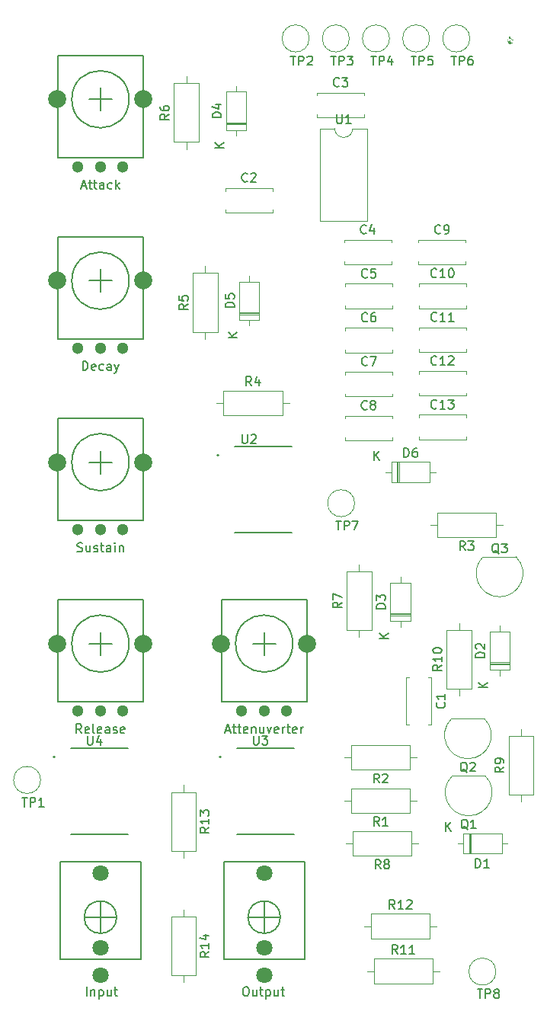
<source format=gbr>
%TF.GenerationSoftware,KiCad,Pcbnew,8.0.4*%
%TF.CreationDate,2024-08-29T01:46:08-04:00*%
%TF.ProjectId,adsr,61647372-2e6b-4696-9361-645f70636258,rev?*%
%TF.SameCoordinates,Original*%
%TF.FileFunction,Legend,Top*%
%TF.FilePolarity,Positive*%
%FSLAX46Y46*%
G04 Gerber Fmt 4.6, Leading zero omitted, Abs format (unit mm)*
G04 Created by KiCad (PCBNEW 8.0.4) date 2024-08-29 01:46:08*
%MOMM*%
%LPD*%
G01*
G04 APERTURE LIST*
%ADD10C,0.100000*%
%ADD11C,0.150000*%
%ADD12C,0.120000*%
%ADD13C,0.127000*%
%ADD14C,0.200000*%
%ADD15C,2.000000*%
%ADD16C,1.300000*%
%ADD17C,1.800000*%
G04 APERTURE END LIST*
D10*
G36*
X106436950Y-60934605D02*
G01*
X106563956Y-61072847D01*
X106594364Y-61112368D01*
X106609385Y-61132686D01*
X106628436Y-61158576D01*
X106658813Y-61197622D01*
X106672156Y-61210844D01*
X106712944Y-61220369D01*
X106793300Y-61220369D01*
X106812878Y-61268250D01*
X106825204Y-61316941D01*
X106830280Y-61366443D01*
X106830425Y-61376441D01*
X106827157Y-61425208D01*
X106817354Y-61474119D01*
X106801016Y-61523172D01*
X106796964Y-61533000D01*
X106694382Y-61533000D01*
X106658249Y-61571987D01*
X106620682Y-61605418D01*
X106576703Y-61636386D01*
X106541242Y-61655610D01*
X106502896Y-61658053D01*
X106452847Y-61651952D01*
X106423272Y-61643886D01*
X106398360Y-61658053D01*
X106368806Y-61658053D01*
X106320045Y-61652643D01*
X106277785Y-61625729D01*
X106267934Y-61589665D01*
X106269155Y-61579895D01*
X106302372Y-61579895D01*
X106302372Y-61583803D01*
X106333773Y-61622592D01*
X106368806Y-61626789D01*
X106391521Y-61626789D01*
X106504117Y-61579162D01*
X106496545Y-61567927D01*
X106464817Y-61529234D01*
X106463572Y-61528115D01*
X106365387Y-61579895D01*
X106302372Y-61579895D01*
X106269155Y-61579895D01*
X106269399Y-61577941D01*
X106221325Y-61561823D01*
X106196310Y-61516979D01*
X106195150Y-61500272D01*
X106195192Y-61499539D01*
X106226657Y-61499539D01*
X106254985Y-61540530D01*
X106307013Y-61548632D01*
X106358548Y-61548632D01*
X106489706Y-61477557D01*
X106484333Y-61471207D01*
X106445254Y-61442875D01*
X106339986Y-61486106D01*
X106228855Y-61486106D01*
X106226657Y-61499539D01*
X106195192Y-61499539D01*
X106196371Y-61479023D01*
X106154849Y-61456308D01*
X106140928Y-61416496D01*
X106141189Y-61415764D01*
X106177320Y-61415764D01*
X106198080Y-61445073D01*
X106246080Y-61454499D01*
X106261095Y-61454842D01*
X106333879Y-61454842D01*
X106460886Y-61403551D01*
X106421431Y-61371821D01*
X106403244Y-61365450D01*
X106300907Y-61407948D01*
X106264515Y-61407948D01*
X106214343Y-61403697D01*
X106186113Y-61394515D01*
X106177320Y-61415764D01*
X106141189Y-61415764D01*
X106155826Y-61374731D01*
X106128166Y-61331988D01*
X106118946Y-61284849D01*
X106120561Y-61278988D01*
X106153140Y-61278988D01*
X106165447Y-61327373D01*
X106181716Y-61348353D01*
X106224587Y-61373337D01*
X106251325Y-61376685D01*
X106293335Y-61376685D01*
X106417655Y-61323440D01*
X106379951Y-61290656D01*
X106342184Y-61282896D01*
X106310432Y-61288269D01*
X106265247Y-61303900D01*
X106232763Y-61305122D01*
X106200523Y-61267264D01*
X106256210Y-61267264D01*
X106300174Y-61255540D01*
X106336566Y-61251632D01*
X106386894Y-61260076D01*
X106431565Y-61288869D01*
X106462458Y-61332775D01*
X106465038Y-61338094D01*
X106441591Y-61348597D01*
X106481940Y-61377820D01*
X106508269Y-61417229D01*
X106481646Y-61427976D01*
X106519218Y-61462780D01*
X106540020Y-61493921D01*
X106497278Y-61514926D01*
X106532440Y-61552690D01*
X106553698Y-61592107D01*
X106469190Y-61626789D01*
X106504117Y-61626789D01*
X106530983Y-61626789D01*
X106574520Y-61599648D01*
X106613782Y-61569759D01*
X106652843Y-61532849D01*
X106679483Y-61501737D01*
X106774249Y-61501737D01*
X106788007Y-61452259D01*
X106794980Y-61401048D01*
X106795498Y-61383279D01*
X106792201Y-61333397D01*
X106782309Y-61284132D01*
X106772051Y-61251632D01*
X106720228Y-61250420D01*
X106670110Y-61243779D01*
X106663607Y-61241374D01*
X106627543Y-61208325D01*
X106597662Y-61169078D01*
X106566792Y-61128932D01*
X106544661Y-61100935D01*
X106406664Y-60953900D01*
X106379309Y-60827138D01*
X106334714Y-60852723D01*
X106311508Y-60898972D01*
X106310432Y-60914333D01*
X106321515Y-60962662D01*
X106333879Y-60986385D01*
X106342672Y-61001284D01*
X106366181Y-61044988D01*
X106384599Y-61092951D01*
X106395094Y-61144747D01*
X106396406Y-61170055D01*
X106397138Y-61189106D01*
X106372470Y-61189106D01*
X106321164Y-61190511D01*
X106271582Y-61195448D01*
X106222684Y-61206310D01*
X106208094Y-61211577D01*
X106166878Y-61239542D01*
X106153140Y-61278988D01*
X106120561Y-61278988D01*
X106132362Y-61236152D01*
X106169094Y-61199514D01*
X106180006Y-61192770D01*
X106226719Y-61172885D01*
X106277399Y-61161970D01*
X106329701Y-61157980D01*
X106342184Y-61157843D01*
X106359281Y-61157843D01*
X106349027Y-61108479D01*
X106331759Y-61060406D01*
X106321423Y-61038653D01*
X106310432Y-61019602D01*
X106288702Y-60973039D01*
X106275330Y-60924526D01*
X106274773Y-60914822D01*
X106283293Y-60863480D01*
X106312745Y-60820709D01*
X106357239Y-60795062D01*
X106382484Y-60787571D01*
X106402512Y-60782686D01*
X106436950Y-60934605D01*
G37*
D11*
X90433333Y-82659580D02*
X90385714Y-82707200D01*
X90385714Y-82707200D02*
X90242857Y-82754819D01*
X90242857Y-82754819D02*
X90147619Y-82754819D01*
X90147619Y-82754819D02*
X90004762Y-82707200D01*
X90004762Y-82707200D02*
X89909524Y-82611961D01*
X89909524Y-82611961D02*
X89861905Y-82516723D01*
X89861905Y-82516723D02*
X89814286Y-82326247D01*
X89814286Y-82326247D02*
X89814286Y-82183390D01*
X89814286Y-82183390D02*
X89861905Y-81992914D01*
X89861905Y-81992914D02*
X89909524Y-81897676D01*
X89909524Y-81897676D02*
X90004762Y-81802438D01*
X90004762Y-81802438D02*
X90147619Y-81754819D01*
X90147619Y-81754819D02*
X90242857Y-81754819D01*
X90242857Y-81754819D02*
X90385714Y-81802438D01*
X90385714Y-81802438D02*
X90433333Y-81850057D01*
X91290476Y-82088152D02*
X91290476Y-82754819D01*
X91052381Y-81707200D02*
X90814286Y-82421485D01*
X90814286Y-82421485D02*
X91433333Y-82421485D01*
X58804761Y-138254819D02*
X58471428Y-137778628D01*
X58233333Y-138254819D02*
X58233333Y-137254819D01*
X58233333Y-137254819D02*
X58614285Y-137254819D01*
X58614285Y-137254819D02*
X58709523Y-137302438D01*
X58709523Y-137302438D02*
X58757142Y-137350057D01*
X58757142Y-137350057D02*
X58804761Y-137445295D01*
X58804761Y-137445295D02*
X58804761Y-137588152D01*
X58804761Y-137588152D02*
X58757142Y-137683390D01*
X58757142Y-137683390D02*
X58709523Y-137731009D01*
X58709523Y-137731009D02*
X58614285Y-137778628D01*
X58614285Y-137778628D02*
X58233333Y-137778628D01*
X59614285Y-138207200D02*
X59519047Y-138254819D01*
X59519047Y-138254819D02*
X59328571Y-138254819D01*
X59328571Y-138254819D02*
X59233333Y-138207200D01*
X59233333Y-138207200D02*
X59185714Y-138111961D01*
X59185714Y-138111961D02*
X59185714Y-137731009D01*
X59185714Y-137731009D02*
X59233333Y-137635771D01*
X59233333Y-137635771D02*
X59328571Y-137588152D01*
X59328571Y-137588152D02*
X59519047Y-137588152D01*
X59519047Y-137588152D02*
X59614285Y-137635771D01*
X59614285Y-137635771D02*
X59661904Y-137731009D01*
X59661904Y-137731009D02*
X59661904Y-137826247D01*
X59661904Y-137826247D02*
X59185714Y-137921485D01*
X60233333Y-138254819D02*
X60138095Y-138207200D01*
X60138095Y-138207200D02*
X60090476Y-138111961D01*
X60090476Y-138111961D02*
X60090476Y-137254819D01*
X60995238Y-138207200D02*
X60900000Y-138254819D01*
X60900000Y-138254819D02*
X60709524Y-138254819D01*
X60709524Y-138254819D02*
X60614286Y-138207200D01*
X60614286Y-138207200D02*
X60566667Y-138111961D01*
X60566667Y-138111961D02*
X60566667Y-137731009D01*
X60566667Y-137731009D02*
X60614286Y-137635771D01*
X60614286Y-137635771D02*
X60709524Y-137588152D01*
X60709524Y-137588152D02*
X60900000Y-137588152D01*
X60900000Y-137588152D02*
X60995238Y-137635771D01*
X60995238Y-137635771D02*
X61042857Y-137731009D01*
X61042857Y-137731009D02*
X61042857Y-137826247D01*
X61042857Y-137826247D02*
X60566667Y-137921485D01*
X61900000Y-138254819D02*
X61900000Y-137731009D01*
X61900000Y-137731009D02*
X61852381Y-137635771D01*
X61852381Y-137635771D02*
X61757143Y-137588152D01*
X61757143Y-137588152D02*
X61566667Y-137588152D01*
X61566667Y-137588152D02*
X61471429Y-137635771D01*
X61900000Y-138207200D02*
X61804762Y-138254819D01*
X61804762Y-138254819D02*
X61566667Y-138254819D01*
X61566667Y-138254819D02*
X61471429Y-138207200D01*
X61471429Y-138207200D02*
X61423810Y-138111961D01*
X61423810Y-138111961D02*
X61423810Y-138016723D01*
X61423810Y-138016723D02*
X61471429Y-137921485D01*
X61471429Y-137921485D02*
X61566667Y-137873866D01*
X61566667Y-137873866D02*
X61804762Y-137873866D01*
X61804762Y-137873866D02*
X61900000Y-137826247D01*
X62328572Y-138207200D02*
X62423810Y-138254819D01*
X62423810Y-138254819D02*
X62614286Y-138254819D01*
X62614286Y-138254819D02*
X62709524Y-138207200D01*
X62709524Y-138207200D02*
X62757143Y-138111961D01*
X62757143Y-138111961D02*
X62757143Y-138064342D01*
X62757143Y-138064342D02*
X62709524Y-137969104D01*
X62709524Y-137969104D02*
X62614286Y-137921485D01*
X62614286Y-137921485D02*
X62471429Y-137921485D01*
X62471429Y-137921485D02*
X62376191Y-137873866D01*
X62376191Y-137873866D02*
X62328572Y-137778628D01*
X62328572Y-137778628D02*
X62328572Y-137731009D01*
X62328572Y-137731009D02*
X62376191Y-137635771D01*
X62376191Y-137635771D02*
X62471429Y-137588152D01*
X62471429Y-137588152D02*
X62614286Y-137588152D01*
X62614286Y-137588152D02*
X62709524Y-137635771D01*
X63566667Y-138207200D02*
X63471429Y-138254819D01*
X63471429Y-138254819D02*
X63280953Y-138254819D01*
X63280953Y-138254819D02*
X63185715Y-138207200D01*
X63185715Y-138207200D02*
X63138096Y-138111961D01*
X63138096Y-138111961D02*
X63138096Y-137731009D01*
X63138096Y-137731009D02*
X63185715Y-137635771D01*
X63185715Y-137635771D02*
X63280953Y-137588152D01*
X63280953Y-137588152D02*
X63471429Y-137588152D01*
X63471429Y-137588152D02*
X63566667Y-137635771D01*
X63566667Y-137635771D02*
X63614286Y-137731009D01*
X63614286Y-137731009D02*
X63614286Y-137826247D01*
X63614286Y-137826247D02*
X63138096Y-137921485D01*
X91883333Y-148564819D02*
X91550000Y-148088628D01*
X91311905Y-148564819D02*
X91311905Y-147564819D01*
X91311905Y-147564819D02*
X91692857Y-147564819D01*
X91692857Y-147564819D02*
X91788095Y-147612438D01*
X91788095Y-147612438D02*
X91835714Y-147660057D01*
X91835714Y-147660057D02*
X91883333Y-147755295D01*
X91883333Y-147755295D02*
X91883333Y-147898152D01*
X91883333Y-147898152D02*
X91835714Y-147993390D01*
X91835714Y-147993390D02*
X91788095Y-148041009D01*
X91788095Y-148041009D02*
X91692857Y-148088628D01*
X91692857Y-148088628D02*
X91311905Y-148088628D01*
X92835714Y-148564819D02*
X92264286Y-148564819D01*
X92550000Y-148564819D02*
X92550000Y-147564819D01*
X92550000Y-147564819D02*
X92454762Y-147707676D01*
X92454762Y-147707676D02*
X92359524Y-147802914D01*
X92359524Y-147802914D02*
X92264286Y-147850533D01*
X76653095Y-105037819D02*
X76653095Y-105847342D01*
X76653095Y-105847342D02*
X76700714Y-105942580D01*
X76700714Y-105942580D02*
X76748333Y-105990200D01*
X76748333Y-105990200D02*
X76843571Y-106037819D01*
X76843571Y-106037819D02*
X77034047Y-106037819D01*
X77034047Y-106037819D02*
X77129285Y-105990200D01*
X77129285Y-105990200D02*
X77176904Y-105942580D01*
X77176904Y-105942580D02*
X77224523Y-105847342D01*
X77224523Y-105847342D02*
X77224523Y-105037819D01*
X77653095Y-105133057D02*
X77700714Y-105085438D01*
X77700714Y-105085438D02*
X77795952Y-105037819D01*
X77795952Y-105037819D02*
X78034047Y-105037819D01*
X78034047Y-105037819D02*
X78129285Y-105085438D01*
X78129285Y-105085438D02*
X78176904Y-105133057D01*
X78176904Y-105133057D02*
X78224523Y-105228295D01*
X78224523Y-105228295D02*
X78224523Y-105323533D01*
X78224523Y-105323533D02*
X78176904Y-105466390D01*
X78176904Y-105466390D02*
X77605476Y-106037819D01*
X77605476Y-106037819D02*
X78224523Y-106037819D01*
X87178095Y-69504819D02*
X87178095Y-70314342D01*
X87178095Y-70314342D02*
X87225714Y-70409580D01*
X87225714Y-70409580D02*
X87273333Y-70457200D01*
X87273333Y-70457200D02*
X87368571Y-70504819D01*
X87368571Y-70504819D02*
X87559047Y-70504819D01*
X87559047Y-70504819D02*
X87654285Y-70457200D01*
X87654285Y-70457200D02*
X87701904Y-70409580D01*
X87701904Y-70409580D02*
X87749523Y-70314342D01*
X87749523Y-70314342D02*
X87749523Y-69504819D01*
X88749523Y-70504819D02*
X88178095Y-70504819D01*
X88463809Y-70504819D02*
X88463809Y-69504819D01*
X88463809Y-69504819D02*
X88368571Y-69647676D01*
X88368571Y-69647676D02*
X88273333Y-69742914D01*
X88273333Y-69742914D02*
X88178095Y-69790533D01*
X92033333Y-153324819D02*
X91700000Y-152848628D01*
X91461905Y-153324819D02*
X91461905Y-152324819D01*
X91461905Y-152324819D02*
X91842857Y-152324819D01*
X91842857Y-152324819D02*
X91938095Y-152372438D01*
X91938095Y-152372438D02*
X91985714Y-152420057D01*
X91985714Y-152420057D02*
X92033333Y-152515295D01*
X92033333Y-152515295D02*
X92033333Y-152658152D01*
X92033333Y-152658152D02*
X91985714Y-152753390D01*
X91985714Y-152753390D02*
X91938095Y-152801009D01*
X91938095Y-152801009D02*
X91842857Y-152848628D01*
X91842857Y-152848628D02*
X91461905Y-152848628D01*
X92604762Y-152753390D02*
X92509524Y-152705771D01*
X92509524Y-152705771D02*
X92461905Y-152658152D01*
X92461905Y-152658152D02*
X92414286Y-152562914D01*
X92414286Y-152562914D02*
X92414286Y-152515295D01*
X92414286Y-152515295D02*
X92461905Y-152420057D01*
X92461905Y-152420057D02*
X92509524Y-152372438D01*
X92509524Y-152372438D02*
X92604762Y-152324819D01*
X92604762Y-152324819D02*
X92795238Y-152324819D01*
X92795238Y-152324819D02*
X92890476Y-152372438D01*
X92890476Y-152372438D02*
X92938095Y-152420057D01*
X92938095Y-152420057D02*
X92985714Y-152515295D01*
X92985714Y-152515295D02*
X92985714Y-152562914D01*
X92985714Y-152562914D02*
X92938095Y-152658152D01*
X92938095Y-152658152D02*
X92890476Y-152705771D01*
X92890476Y-152705771D02*
X92795238Y-152753390D01*
X92795238Y-152753390D02*
X92604762Y-152753390D01*
X92604762Y-152753390D02*
X92509524Y-152801009D01*
X92509524Y-152801009D02*
X92461905Y-152848628D01*
X92461905Y-152848628D02*
X92414286Y-152943866D01*
X92414286Y-152943866D02*
X92414286Y-153134342D01*
X92414286Y-153134342D02*
X92461905Y-153229580D01*
X92461905Y-153229580D02*
X92509524Y-153277200D01*
X92509524Y-153277200D02*
X92604762Y-153324819D01*
X92604762Y-153324819D02*
X92795238Y-153324819D01*
X92795238Y-153324819D02*
X92890476Y-153277200D01*
X92890476Y-153277200D02*
X92938095Y-153229580D01*
X92938095Y-153229580D02*
X92985714Y-153134342D01*
X92985714Y-153134342D02*
X92985714Y-152943866D01*
X92985714Y-152943866D02*
X92938095Y-152848628D01*
X92938095Y-152848628D02*
X92890476Y-152801009D01*
X92890476Y-152801009D02*
X92795238Y-152753390D01*
X87734819Y-123716666D02*
X87258628Y-124049999D01*
X87734819Y-124288094D02*
X86734819Y-124288094D01*
X86734819Y-124288094D02*
X86734819Y-123907142D01*
X86734819Y-123907142D02*
X86782438Y-123811904D01*
X86782438Y-123811904D02*
X86830057Y-123764285D01*
X86830057Y-123764285D02*
X86925295Y-123716666D01*
X86925295Y-123716666D02*
X87068152Y-123716666D01*
X87068152Y-123716666D02*
X87163390Y-123764285D01*
X87163390Y-123764285D02*
X87211009Y-123811904D01*
X87211009Y-123811904D02*
X87258628Y-123907142D01*
X87258628Y-123907142D02*
X87258628Y-124288094D01*
X86734819Y-123383332D02*
X86734819Y-122716666D01*
X86734819Y-122716666D02*
X87734819Y-123145237D01*
X98257142Y-102109580D02*
X98209523Y-102157200D01*
X98209523Y-102157200D02*
X98066666Y-102204819D01*
X98066666Y-102204819D02*
X97971428Y-102204819D01*
X97971428Y-102204819D02*
X97828571Y-102157200D01*
X97828571Y-102157200D02*
X97733333Y-102061961D01*
X97733333Y-102061961D02*
X97685714Y-101966723D01*
X97685714Y-101966723D02*
X97638095Y-101776247D01*
X97638095Y-101776247D02*
X97638095Y-101633390D01*
X97638095Y-101633390D02*
X97685714Y-101442914D01*
X97685714Y-101442914D02*
X97733333Y-101347676D01*
X97733333Y-101347676D02*
X97828571Y-101252438D01*
X97828571Y-101252438D02*
X97971428Y-101204819D01*
X97971428Y-101204819D02*
X98066666Y-101204819D01*
X98066666Y-101204819D02*
X98209523Y-101252438D01*
X98209523Y-101252438D02*
X98257142Y-101300057D01*
X99209523Y-102204819D02*
X98638095Y-102204819D01*
X98923809Y-102204819D02*
X98923809Y-101204819D01*
X98923809Y-101204819D02*
X98828571Y-101347676D01*
X98828571Y-101347676D02*
X98733333Y-101442914D01*
X98733333Y-101442914D02*
X98638095Y-101490533D01*
X99542857Y-101204819D02*
X100161904Y-101204819D01*
X100161904Y-101204819D02*
X99828571Y-101585771D01*
X99828571Y-101585771D02*
X99971428Y-101585771D01*
X99971428Y-101585771D02*
X100066666Y-101633390D01*
X100066666Y-101633390D02*
X100114285Y-101681009D01*
X100114285Y-101681009D02*
X100161904Y-101776247D01*
X100161904Y-101776247D02*
X100161904Y-102014342D01*
X100161904Y-102014342D02*
X100114285Y-102109580D01*
X100114285Y-102109580D02*
X100066666Y-102157200D01*
X100066666Y-102157200D02*
X99971428Y-102204819D01*
X99971428Y-102204819D02*
X99685714Y-102204819D01*
X99685714Y-102204819D02*
X99590476Y-102157200D01*
X99590476Y-102157200D02*
X99542857Y-102109580D01*
X105184761Y-118300057D02*
X105089523Y-118252438D01*
X105089523Y-118252438D02*
X104994285Y-118157200D01*
X104994285Y-118157200D02*
X104851428Y-118014342D01*
X104851428Y-118014342D02*
X104756190Y-117966723D01*
X104756190Y-117966723D02*
X104660952Y-117966723D01*
X104708571Y-118204819D02*
X104613333Y-118157200D01*
X104613333Y-118157200D02*
X104518095Y-118061961D01*
X104518095Y-118061961D02*
X104470476Y-117871485D01*
X104470476Y-117871485D02*
X104470476Y-117538152D01*
X104470476Y-117538152D02*
X104518095Y-117347676D01*
X104518095Y-117347676D02*
X104613333Y-117252438D01*
X104613333Y-117252438D02*
X104708571Y-117204819D01*
X104708571Y-117204819D02*
X104899047Y-117204819D01*
X104899047Y-117204819D02*
X104994285Y-117252438D01*
X104994285Y-117252438D02*
X105089523Y-117347676D01*
X105089523Y-117347676D02*
X105137142Y-117538152D01*
X105137142Y-117538152D02*
X105137142Y-117871485D01*
X105137142Y-117871485D02*
X105089523Y-118061961D01*
X105089523Y-118061961D02*
X104994285Y-118157200D01*
X104994285Y-118157200D02*
X104899047Y-118204819D01*
X104899047Y-118204819D02*
X104708571Y-118204819D01*
X105470476Y-117204819D02*
X106089523Y-117204819D01*
X106089523Y-117204819D02*
X105756190Y-117585771D01*
X105756190Y-117585771D02*
X105899047Y-117585771D01*
X105899047Y-117585771D02*
X105994285Y-117633390D01*
X105994285Y-117633390D02*
X106041904Y-117681009D01*
X106041904Y-117681009D02*
X106089523Y-117776247D01*
X106089523Y-117776247D02*
X106089523Y-118014342D01*
X106089523Y-118014342D02*
X106041904Y-118109580D01*
X106041904Y-118109580D02*
X105994285Y-118157200D01*
X105994285Y-118157200D02*
X105899047Y-118204819D01*
X105899047Y-118204819D02*
X105613333Y-118204819D01*
X105613333Y-118204819D02*
X105518095Y-118157200D01*
X105518095Y-118157200D02*
X105470476Y-118109580D01*
X90563333Y-87547080D02*
X90515714Y-87594700D01*
X90515714Y-87594700D02*
X90372857Y-87642319D01*
X90372857Y-87642319D02*
X90277619Y-87642319D01*
X90277619Y-87642319D02*
X90134762Y-87594700D01*
X90134762Y-87594700D02*
X90039524Y-87499461D01*
X90039524Y-87499461D02*
X89991905Y-87404223D01*
X89991905Y-87404223D02*
X89944286Y-87213747D01*
X89944286Y-87213747D02*
X89944286Y-87070890D01*
X89944286Y-87070890D02*
X89991905Y-86880414D01*
X89991905Y-86880414D02*
X90039524Y-86785176D01*
X90039524Y-86785176D02*
X90134762Y-86689938D01*
X90134762Y-86689938D02*
X90277619Y-86642319D01*
X90277619Y-86642319D02*
X90372857Y-86642319D01*
X90372857Y-86642319D02*
X90515714Y-86689938D01*
X90515714Y-86689938D02*
X90563333Y-86737557D01*
X91468095Y-86642319D02*
X90991905Y-86642319D01*
X90991905Y-86642319D02*
X90944286Y-87118509D01*
X90944286Y-87118509D02*
X90991905Y-87070890D01*
X90991905Y-87070890D02*
X91087143Y-87023271D01*
X91087143Y-87023271D02*
X91325238Y-87023271D01*
X91325238Y-87023271D02*
X91420476Y-87070890D01*
X91420476Y-87070890D02*
X91468095Y-87118509D01*
X91468095Y-87118509D02*
X91515714Y-87213747D01*
X91515714Y-87213747D02*
X91515714Y-87451842D01*
X91515714Y-87451842D02*
X91468095Y-87547080D01*
X91468095Y-87547080D02*
X91420476Y-87594700D01*
X91420476Y-87594700D02*
X91325238Y-87642319D01*
X91325238Y-87642319D02*
X91087143Y-87642319D01*
X91087143Y-87642319D02*
X90991905Y-87594700D01*
X90991905Y-87594700D02*
X90944286Y-87547080D01*
X99119580Y-134856666D02*
X99167200Y-134904285D01*
X99167200Y-134904285D02*
X99214819Y-135047142D01*
X99214819Y-135047142D02*
X99214819Y-135142380D01*
X99214819Y-135142380D02*
X99167200Y-135285237D01*
X99167200Y-135285237D02*
X99071961Y-135380475D01*
X99071961Y-135380475D02*
X98976723Y-135428094D01*
X98976723Y-135428094D02*
X98786247Y-135475713D01*
X98786247Y-135475713D02*
X98643390Y-135475713D01*
X98643390Y-135475713D02*
X98452914Y-135428094D01*
X98452914Y-135428094D02*
X98357676Y-135380475D01*
X98357676Y-135380475D02*
X98262438Y-135285237D01*
X98262438Y-135285237D02*
X98214819Y-135142380D01*
X98214819Y-135142380D02*
X98214819Y-135047142D01*
X98214819Y-135047142D02*
X98262438Y-134904285D01*
X98262438Y-134904285D02*
X98310057Y-134856666D01*
X99214819Y-133904285D02*
X99214819Y-134475713D01*
X99214819Y-134189999D02*
X98214819Y-134189999D01*
X98214819Y-134189999D02*
X98357676Y-134285237D01*
X98357676Y-134285237D02*
X98452914Y-134380475D01*
X98452914Y-134380475D02*
X98500533Y-134475713D01*
X58804761Y-77481604D02*
X59280951Y-77481604D01*
X58709523Y-77767319D02*
X59042856Y-76767319D01*
X59042856Y-76767319D02*
X59376189Y-77767319D01*
X59566666Y-77100652D02*
X59947618Y-77100652D01*
X59709523Y-76767319D02*
X59709523Y-77624461D01*
X59709523Y-77624461D02*
X59757142Y-77719700D01*
X59757142Y-77719700D02*
X59852380Y-77767319D01*
X59852380Y-77767319D02*
X59947618Y-77767319D01*
X60138095Y-77100652D02*
X60519047Y-77100652D01*
X60280952Y-76767319D02*
X60280952Y-77624461D01*
X60280952Y-77624461D02*
X60328571Y-77719700D01*
X60328571Y-77719700D02*
X60423809Y-77767319D01*
X60423809Y-77767319D02*
X60519047Y-77767319D01*
X61280952Y-77767319D02*
X61280952Y-77243509D01*
X61280952Y-77243509D02*
X61233333Y-77148271D01*
X61233333Y-77148271D02*
X61138095Y-77100652D01*
X61138095Y-77100652D02*
X60947619Y-77100652D01*
X60947619Y-77100652D02*
X60852381Y-77148271D01*
X61280952Y-77719700D02*
X61185714Y-77767319D01*
X61185714Y-77767319D02*
X60947619Y-77767319D01*
X60947619Y-77767319D02*
X60852381Y-77719700D01*
X60852381Y-77719700D02*
X60804762Y-77624461D01*
X60804762Y-77624461D02*
X60804762Y-77529223D01*
X60804762Y-77529223D02*
X60852381Y-77433985D01*
X60852381Y-77433985D02*
X60947619Y-77386366D01*
X60947619Y-77386366D02*
X61185714Y-77386366D01*
X61185714Y-77386366D02*
X61280952Y-77338747D01*
X62185714Y-77719700D02*
X62090476Y-77767319D01*
X62090476Y-77767319D02*
X61900000Y-77767319D01*
X61900000Y-77767319D02*
X61804762Y-77719700D01*
X61804762Y-77719700D02*
X61757143Y-77672080D01*
X61757143Y-77672080D02*
X61709524Y-77576842D01*
X61709524Y-77576842D02*
X61709524Y-77291128D01*
X61709524Y-77291128D02*
X61757143Y-77195890D01*
X61757143Y-77195890D02*
X61804762Y-77148271D01*
X61804762Y-77148271D02*
X61900000Y-77100652D01*
X61900000Y-77100652D02*
X62090476Y-77100652D01*
X62090476Y-77100652D02*
X62185714Y-77148271D01*
X62614286Y-77767319D02*
X62614286Y-76767319D01*
X62709524Y-77386366D02*
X62995238Y-77767319D01*
X62995238Y-77100652D02*
X62614286Y-77481604D01*
X77233333Y-76909580D02*
X77185714Y-76957200D01*
X77185714Y-76957200D02*
X77042857Y-77004819D01*
X77042857Y-77004819D02*
X76947619Y-77004819D01*
X76947619Y-77004819D02*
X76804762Y-76957200D01*
X76804762Y-76957200D02*
X76709524Y-76861961D01*
X76709524Y-76861961D02*
X76661905Y-76766723D01*
X76661905Y-76766723D02*
X76614286Y-76576247D01*
X76614286Y-76576247D02*
X76614286Y-76433390D01*
X76614286Y-76433390D02*
X76661905Y-76242914D01*
X76661905Y-76242914D02*
X76709524Y-76147676D01*
X76709524Y-76147676D02*
X76804762Y-76052438D01*
X76804762Y-76052438D02*
X76947619Y-76004819D01*
X76947619Y-76004819D02*
X77042857Y-76004819D01*
X77042857Y-76004819D02*
X77185714Y-76052438D01*
X77185714Y-76052438D02*
X77233333Y-76100057D01*
X77614286Y-76100057D02*
X77661905Y-76052438D01*
X77661905Y-76052438D02*
X77757143Y-76004819D01*
X77757143Y-76004819D02*
X77995238Y-76004819D01*
X77995238Y-76004819D02*
X78090476Y-76052438D01*
X78090476Y-76052438D02*
X78138095Y-76100057D01*
X78138095Y-76100057D02*
X78185714Y-76195295D01*
X78185714Y-76195295D02*
X78185714Y-76290533D01*
X78185714Y-76290533D02*
X78138095Y-76433390D01*
X78138095Y-76433390D02*
X77566667Y-77004819D01*
X77566667Y-77004819D02*
X78185714Y-77004819D01*
X98844819Y-130682857D02*
X98368628Y-131016190D01*
X98844819Y-131254285D02*
X97844819Y-131254285D01*
X97844819Y-131254285D02*
X97844819Y-130873333D01*
X97844819Y-130873333D02*
X97892438Y-130778095D01*
X97892438Y-130778095D02*
X97940057Y-130730476D01*
X97940057Y-130730476D02*
X98035295Y-130682857D01*
X98035295Y-130682857D02*
X98178152Y-130682857D01*
X98178152Y-130682857D02*
X98273390Y-130730476D01*
X98273390Y-130730476D02*
X98321009Y-130778095D01*
X98321009Y-130778095D02*
X98368628Y-130873333D01*
X98368628Y-130873333D02*
X98368628Y-131254285D01*
X98844819Y-129730476D02*
X98844819Y-130301904D01*
X98844819Y-130016190D02*
X97844819Y-130016190D01*
X97844819Y-130016190D02*
X97987676Y-130111428D01*
X97987676Y-130111428D02*
X98082914Y-130206666D01*
X98082914Y-130206666D02*
X98130533Y-130301904D01*
X97844819Y-129111428D02*
X97844819Y-129016190D01*
X97844819Y-129016190D02*
X97892438Y-128920952D01*
X97892438Y-128920952D02*
X97940057Y-128873333D01*
X97940057Y-128873333D02*
X98035295Y-128825714D01*
X98035295Y-128825714D02*
X98225771Y-128778095D01*
X98225771Y-128778095D02*
X98463866Y-128778095D01*
X98463866Y-128778095D02*
X98654342Y-128825714D01*
X98654342Y-128825714D02*
X98749580Y-128873333D01*
X98749580Y-128873333D02*
X98797200Y-128920952D01*
X98797200Y-128920952D02*
X98844819Y-129016190D01*
X98844819Y-129016190D02*
X98844819Y-129111428D01*
X98844819Y-129111428D02*
X98797200Y-129206666D01*
X98797200Y-129206666D02*
X98749580Y-129254285D01*
X98749580Y-129254285D02*
X98654342Y-129301904D01*
X98654342Y-129301904D02*
X98463866Y-129349523D01*
X98463866Y-129349523D02*
X98225771Y-129349523D01*
X98225771Y-129349523D02*
X98035295Y-129301904D01*
X98035295Y-129301904D02*
X97940057Y-129254285D01*
X97940057Y-129254285D02*
X97892438Y-129206666D01*
X97892438Y-129206666D02*
X97844819Y-129111428D01*
X87433333Y-66309580D02*
X87385714Y-66357200D01*
X87385714Y-66357200D02*
X87242857Y-66404819D01*
X87242857Y-66404819D02*
X87147619Y-66404819D01*
X87147619Y-66404819D02*
X87004762Y-66357200D01*
X87004762Y-66357200D02*
X86909524Y-66261961D01*
X86909524Y-66261961D02*
X86861905Y-66166723D01*
X86861905Y-66166723D02*
X86814286Y-65976247D01*
X86814286Y-65976247D02*
X86814286Y-65833390D01*
X86814286Y-65833390D02*
X86861905Y-65642914D01*
X86861905Y-65642914D02*
X86909524Y-65547676D01*
X86909524Y-65547676D02*
X87004762Y-65452438D01*
X87004762Y-65452438D02*
X87147619Y-65404819D01*
X87147619Y-65404819D02*
X87242857Y-65404819D01*
X87242857Y-65404819D02*
X87385714Y-65452438D01*
X87385714Y-65452438D02*
X87433333Y-65500057D01*
X87766667Y-65404819D02*
X88385714Y-65404819D01*
X88385714Y-65404819D02*
X88052381Y-65785771D01*
X88052381Y-65785771D02*
X88195238Y-65785771D01*
X88195238Y-65785771D02*
X88290476Y-65833390D01*
X88290476Y-65833390D02*
X88338095Y-65881009D01*
X88338095Y-65881009D02*
X88385714Y-65976247D01*
X88385714Y-65976247D02*
X88385714Y-66214342D01*
X88385714Y-66214342D02*
X88338095Y-66309580D01*
X88338095Y-66309580D02*
X88290476Y-66357200D01*
X88290476Y-66357200D02*
X88195238Y-66404819D01*
X88195238Y-66404819D02*
X87909524Y-66404819D01*
X87909524Y-66404819D02*
X87814286Y-66357200D01*
X87814286Y-66357200D02*
X87766667Y-66309580D01*
X58947619Y-97929819D02*
X58947619Y-96929819D01*
X58947619Y-96929819D02*
X59185714Y-96929819D01*
X59185714Y-96929819D02*
X59328571Y-96977438D01*
X59328571Y-96977438D02*
X59423809Y-97072676D01*
X59423809Y-97072676D02*
X59471428Y-97167914D01*
X59471428Y-97167914D02*
X59519047Y-97358390D01*
X59519047Y-97358390D02*
X59519047Y-97501247D01*
X59519047Y-97501247D02*
X59471428Y-97691723D01*
X59471428Y-97691723D02*
X59423809Y-97786961D01*
X59423809Y-97786961D02*
X59328571Y-97882200D01*
X59328571Y-97882200D02*
X59185714Y-97929819D01*
X59185714Y-97929819D02*
X58947619Y-97929819D01*
X60328571Y-97882200D02*
X60233333Y-97929819D01*
X60233333Y-97929819D02*
X60042857Y-97929819D01*
X60042857Y-97929819D02*
X59947619Y-97882200D01*
X59947619Y-97882200D02*
X59900000Y-97786961D01*
X59900000Y-97786961D02*
X59900000Y-97406009D01*
X59900000Y-97406009D02*
X59947619Y-97310771D01*
X59947619Y-97310771D02*
X60042857Y-97263152D01*
X60042857Y-97263152D02*
X60233333Y-97263152D01*
X60233333Y-97263152D02*
X60328571Y-97310771D01*
X60328571Y-97310771D02*
X60376190Y-97406009D01*
X60376190Y-97406009D02*
X60376190Y-97501247D01*
X60376190Y-97501247D02*
X59900000Y-97596485D01*
X61233333Y-97882200D02*
X61138095Y-97929819D01*
X61138095Y-97929819D02*
X60947619Y-97929819D01*
X60947619Y-97929819D02*
X60852381Y-97882200D01*
X60852381Y-97882200D02*
X60804762Y-97834580D01*
X60804762Y-97834580D02*
X60757143Y-97739342D01*
X60757143Y-97739342D02*
X60757143Y-97453628D01*
X60757143Y-97453628D02*
X60804762Y-97358390D01*
X60804762Y-97358390D02*
X60852381Y-97310771D01*
X60852381Y-97310771D02*
X60947619Y-97263152D01*
X60947619Y-97263152D02*
X61138095Y-97263152D01*
X61138095Y-97263152D02*
X61233333Y-97310771D01*
X62090476Y-97929819D02*
X62090476Y-97406009D01*
X62090476Y-97406009D02*
X62042857Y-97310771D01*
X62042857Y-97310771D02*
X61947619Y-97263152D01*
X61947619Y-97263152D02*
X61757143Y-97263152D01*
X61757143Y-97263152D02*
X61661905Y-97310771D01*
X62090476Y-97882200D02*
X61995238Y-97929819D01*
X61995238Y-97929819D02*
X61757143Y-97929819D01*
X61757143Y-97929819D02*
X61661905Y-97882200D01*
X61661905Y-97882200D02*
X61614286Y-97786961D01*
X61614286Y-97786961D02*
X61614286Y-97691723D01*
X61614286Y-97691723D02*
X61661905Y-97596485D01*
X61661905Y-97596485D02*
X61757143Y-97548866D01*
X61757143Y-97548866D02*
X61995238Y-97548866D01*
X61995238Y-97548866D02*
X62090476Y-97501247D01*
X62471429Y-97263152D02*
X62709524Y-97929819D01*
X62947619Y-97263152D02*
X62709524Y-97929819D01*
X62709524Y-97929819D02*
X62614286Y-98167914D01*
X62614286Y-98167914D02*
X62566667Y-98215533D01*
X62566667Y-98215533D02*
X62471429Y-98263152D01*
X90963095Y-63004819D02*
X91534523Y-63004819D01*
X91248809Y-64004819D02*
X91248809Y-63004819D01*
X91867857Y-64004819D02*
X91867857Y-63004819D01*
X91867857Y-63004819D02*
X92248809Y-63004819D01*
X92248809Y-63004819D02*
X92344047Y-63052438D01*
X92344047Y-63052438D02*
X92391666Y-63100057D01*
X92391666Y-63100057D02*
X92439285Y-63195295D01*
X92439285Y-63195295D02*
X92439285Y-63338152D01*
X92439285Y-63338152D02*
X92391666Y-63433390D01*
X92391666Y-63433390D02*
X92344047Y-63481009D01*
X92344047Y-63481009D02*
X92248809Y-63528628D01*
X92248809Y-63528628D02*
X91867857Y-63528628D01*
X93296428Y-63338152D02*
X93296428Y-64004819D01*
X93058333Y-62957200D02*
X92820238Y-63671485D01*
X92820238Y-63671485D02*
X93439285Y-63671485D01*
X76976190Y-166454819D02*
X77166666Y-166454819D01*
X77166666Y-166454819D02*
X77261904Y-166502438D01*
X77261904Y-166502438D02*
X77357142Y-166597676D01*
X77357142Y-166597676D02*
X77404761Y-166788152D01*
X77404761Y-166788152D02*
X77404761Y-167121485D01*
X77404761Y-167121485D02*
X77357142Y-167311961D01*
X77357142Y-167311961D02*
X77261904Y-167407200D01*
X77261904Y-167407200D02*
X77166666Y-167454819D01*
X77166666Y-167454819D02*
X76976190Y-167454819D01*
X76976190Y-167454819D02*
X76880952Y-167407200D01*
X76880952Y-167407200D02*
X76785714Y-167311961D01*
X76785714Y-167311961D02*
X76738095Y-167121485D01*
X76738095Y-167121485D02*
X76738095Y-166788152D01*
X76738095Y-166788152D02*
X76785714Y-166597676D01*
X76785714Y-166597676D02*
X76880952Y-166502438D01*
X76880952Y-166502438D02*
X76976190Y-166454819D01*
X78261904Y-166788152D02*
X78261904Y-167454819D01*
X77833333Y-166788152D02*
X77833333Y-167311961D01*
X77833333Y-167311961D02*
X77880952Y-167407200D01*
X77880952Y-167407200D02*
X77976190Y-167454819D01*
X77976190Y-167454819D02*
X78119047Y-167454819D01*
X78119047Y-167454819D02*
X78214285Y-167407200D01*
X78214285Y-167407200D02*
X78261904Y-167359580D01*
X78595238Y-166788152D02*
X78976190Y-166788152D01*
X78738095Y-166454819D02*
X78738095Y-167311961D01*
X78738095Y-167311961D02*
X78785714Y-167407200D01*
X78785714Y-167407200D02*
X78880952Y-167454819D01*
X78880952Y-167454819D02*
X78976190Y-167454819D01*
X79309524Y-166788152D02*
X79309524Y-167788152D01*
X79309524Y-166835771D02*
X79404762Y-166788152D01*
X79404762Y-166788152D02*
X79595238Y-166788152D01*
X79595238Y-166788152D02*
X79690476Y-166835771D01*
X79690476Y-166835771D02*
X79738095Y-166883390D01*
X79738095Y-166883390D02*
X79785714Y-166978628D01*
X79785714Y-166978628D02*
X79785714Y-167264342D01*
X79785714Y-167264342D02*
X79738095Y-167359580D01*
X79738095Y-167359580D02*
X79690476Y-167407200D01*
X79690476Y-167407200D02*
X79595238Y-167454819D01*
X79595238Y-167454819D02*
X79404762Y-167454819D01*
X79404762Y-167454819D02*
X79309524Y-167407200D01*
X80642857Y-166788152D02*
X80642857Y-167454819D01*
X80214286Y-166788152D02*
X80214286Y-167311961D01*
X80214286Y-167311961D02*
X80261905Y-167407200D01*
X80261905Y-167407200D02*
X80357143Y-167454819D01*
X80357143Y-167454819D02*
X80500000Y-167454819D01*
X80500000Y-167454819D02*
X80595238Y-167407200D01*
X80595238Y-167407200D02*
X80642857Y-167359580D01*
X80976191Y-166788152D02*
X81357143Y-166788152D01*
X81119048Y-166454819D02*
X81119048Y-167311961D01*
X81119048Y-167311961D02*
X81166667Y-167407200D01*
X81166667Y-167407200D02*
X81261905Y-167454819D01*
X81261905Y-167454819D02*
X81357143Y-167454819D01*
X90563333Y-92434580D02*
X90515714Y-92482200D01*
X90515714Y-92482200D02*
X90372857Y-92529819D01*
X90372857Y-92529819D02*
X90277619Y-92529819D01*
X90277619Y-92529819D02*
X90134762Y-92482200D01*
X90134762Y-92482200D02*
X90039524Y-92386961D01*
X90039524Y-92386961D02*
X89991905Y-92291723D01*
X89991905Y-92291723D02*
X89944286Y-92101247D01*
X89944286Y-92101247D02*
X89944286Y-91958390D01*
X89944286Y-91958390D02*
X89991905Y-91767914D01*
X89991905Y-91767914D02*
X90039524Y-91672676D01*
X90039524Y-91672676D02*
X90134762Y-91577438D01*
X90134762Y-91577438D02*
X90277619Y-91529819D01*
X90277619Y-91529819D02*
X90372857Y-91529819D01*
X90372857Y-91529819D02*
X90515714Y-91577438D01*
X90515714Y-91577438D02*
X90563333Y-91625057D01*
X91420476Y-91529819D02*
X91230000Y-91529819D01*
X91230000Y-91529819D02*
X91134762Y-91577438D01*
X91134762Y-91577438D02*
X91087143Y-91625057D01*
X91087143Y-91625057D02*
X90991905Y-91767914D01*
X90991905Y-91767914D02*
X90944286Y-91958390D01*
X90944286Y-91958390D02*
X90944286Y-92339342D01*
X90944286Y-92339342D02*
X90991905Y-92434580D01*
X90991905Y-92434580D02*
X91039524Y-92482200D01*
X91039524Y-92482200D02*
X91134762Y-92529819D01*
X91134762Y-92529819D02*
X91325238Y-92529819D01*
X91325238Y-92529819D02*
X91420476Y-92482200D01*
X91420476Y-92482200D02*
X91468095Y-92434580D01*
X91468095Y-92434580D02*
X91515714Y-92339342D01*
X91515714Y-92339342D02*
X91515714Y-92101247D01*
X91515714Y-92101247D02*
X91468095Y-92006009D01*
X91468095Y-92006009D02*
X91420476Y-91958390D01*
X91420476Y-91958390D02*
X91325238Y-91910771D01*
X91325238Y-91910771D02*
X91134762Y-91910771D01*
X91134762Y-91910771D02*
X91039524Y-91958390D01*
X91039524Y-91958390D02*
X90991905Y-92006009D01*
X90991905Y-92006009D02*
X90944286Y-92101247D01*
X93607142Y-157784819D02*
X93273809Y-157308628D01*
X93035714Y-157784819D02*
X93035714Y-156784819D01*
X93035714Y-156784819D02*
X93416666Y-156784819D01*
X93416666Y-156784819D02*
X93511904Y-156832438D01*
X93511904Y-156832438D02*
X93559523Y-156880057D01*
X93559523Y-156880057D02*
X93607142Y-156975295D01*
X93607142Y-156975295D02*
X93607142Y-157118152D01*
X93607142Y-157118152D02*
X93559523Y-157213390D01*
X93559523Y-157213390D02*
X93511904Y-157261009D01*
X93511904Y-157261009D02*
X93416666Y-157308628D01*
X93416666Y-157308628D02*
X93035714Y-157308628D01*
X94559523Y-157784819D02*
X93988095Y-157784819D01*
X94273809Y-157784819D02*
X94273809Y-156784819D01*
X94273809Y-156784819D02*
X94178571Y-156927676D01*
X94178571Y-156927676D02*
X94083333Y-157022914D01*
X94083333Y-157022914D02*
X93988095Y-157070533D01*
X94940476Y-156880057D02*
X94988095Y-156832438D01*
X94988095Y-156832438D02*
X95083333Y-156784819D01*
X95083333Y-156784819D02*
X95321428Y-156784819D01*
X95321428Y-156784819D02*
X95416666Y-156832438D01*
X95416666Y-156832438D02*
X95464285Y-156880057D01*
X95464285Y-156880057D02*
X95511904Y-156975295D01*
X95511904Y-156975295D02*
X95511904Y-157070533D01*
X95511904Y-157070533D02*
X95464285Y-157213390D01*
X95464285Y-157213390D02*
X94892857Y-157784819D01*
X94892857Y-157784819D02*
X95511904Y-157784819D01*
X86500595Y-63004819D02*
X87072023Y-63004819D01*
X86786309Y-64004819D02*
X86786309Y-63004819D01*
X87405357Y-64004819D02*
X87405357Y-63004819D01*
X87405357Y-63004819D02*
X87786309Y-63004819D01*
X87786309Y-63004819D02*
X87881547Y-63052438D01*
X87881547Y-63052438D02*
X87929166Y-63100057D01*
X87929166Y-63100057D02*
X87976785Y-63195295D01*
X87976785Y-63195295D02*
X87976785Y-63338152D01*
X87976785Y-63338152D02*
X87929166Y-63433390D01*
X87929166Y-63433390D02*
X87881547Y-63481009D01*
X87881547Y-63481009D02*
X87786309Y-63528628D01*
X87786309Y-63528628D02*
X87405357Y-63528628D01*
X88310119Y-63004819D02*
X88929166Y-63004819D01*
X88929166Y-63004819D02*
X88595833Y-63385771D01*
X88595833Y-63385771D02*
X88738690Y-63385771D01*
X88738690Y-63385771D02*
X88833928Y-63433390D01*
X88833928Y-63433390D02*
X88881547Y-63481009D01*
X88881547Y-63481009D02*
X88929166Y-63576247D01*
X88929166Y-63576247D02*
X88929166Y-63814342D01*
X88929166Y-63814342D02*
X88881547Y-63909580D01*
X88881547Y-63909580D02*
X88833928Y-63957200D01*
X88833928Y-63957200D02*
X88738690Y-64004819D01*
X88738690Y-64004819D02*
X88452976Y-64004819D01*
X88452976Y-64004819D02*
X88357738Y-63957200D01*
X88357738Y-63957200D02*
X88310119Y-63909580D01*
X101433333Y-117924819D02*
X101100000Y-117448628D01*
X100861905Y-117924819D02*
X100861905Y-116924819D01*
X100861905Y-116924819D02*
X101242857Y-116924819D01*
X101242857Y-116924819D02*
X101338095Y-116972438D01*
X101338095Y-116972438D02*
X101385714Y-117020057D01*
X101385714Y-117020057D02*
X101433333Y-117115295D01*
X101433333Y-117115295D02*
X101433333Y-117258152D01*
X101433333Y-117258152D02*
X101385714Y-117353390D01*
X101385714Y-117353390D02*
X101338095Y-117401009D01*
X101338095Y-117401009D02*
X101242857Y-117448628D01*
X101242857Y-117448628D02*
X100861905Y-117448628D01*
X101766667Y-116924819D02*
X102385714Y-116924819D01*
X102385714Y-116924819D02*
X102052381Y-117305771D01*
X102052381Y-117305771D02*
X102195238Y-117305771D01*
X102195238Y-117305771D02*
X102290476Y-117353390D01*
X102290476Y-117353390D02*
X102338095Y-117401009D01*
X102338095Y-117401009D02*
X102385714Y-117496247D01*
X102385714Y-117496247D02*
X102385714Y-117734342D01*
X102385714Y-117734342D02*
X102338095Y-117829580D01*
X102338095Y-117829580D02*
X102290476Y-117877200D01*
X102290476Y-117877200D02*
X102195238Y-117924819D01*
X102195238Y-117924819D02*
X101909524Y-117924819D01*
X101909524Y-117924819D02*
X101814286Y-117877200D01*
X101814286Y-117877200D02*
X101766667Y-117829580D01*
X58328571Y-118044700D02*
X58471428Y-118092319D01*
X58471428Y-118092319D02*
X58709523Y-118092319D01*
X58709523Y-118092319D02*
X58804761Y-118044700D01*
X58804761Y-118044700D02*
X58852380Y-117997080D01*
X58852380Y-117997080D02*
X58899999Y-117901842D01*
X58899999Y-117901842D02*
X58899999Y-117806604D01*
X58899999Y-117806604D02*
X58852380Y-117711366D01*
X58852380Y-117711366D02*
X58804761Y-117663747D01*
X58804761Y-117663747D02*
X58709523Y-117616128D01*
X58709523Y-117616128D02*
X58519047Y-117568509D01*
X58519047Y-117568509D02*
X58423809Y-117520890D01*
X58423809Y-117520890D02*
X58376190Y-117473271D01*
X58376190Y-117473271D02*
X58328571Y-117378033D01*
X58328571Y-117378033D02*
X58328571Y-117282795D01*
X58328571Y-117282795D02*
X58376190Y-117187557D01*
X58376190Y-117187557D02*
X58423809Y-117139938D01*
X58423809Y-117139938D02*
X58519047Y-117092319D01*
X58519047Y-117092319D02*
X58757142Y-117092319D01*
X58757142Y-117092319D02*
X58899999Y-117139938D01*
X59757142Y-117425652D02*
X59757142Y-118092319D01*
X59328571Y-117425652D02*
X59328571Y-117949461D01*
X59328571Y-117949461D02*
X59376190Y-118044700D01*
X59376190Y-118044700D02*
X59471428Y-118092319D01*
X59471428Y-118092319D02*
X59614285Y-118092319D01*
X59614285Y-118092319D02*
X59709523Y-118044700D01*
X59709523Y-118044700D02*
X59757142Y-117997080D01*
X60185714Y-118044700D02*
X60280952Y-118092319D01*
X60280952Y-118092319D02*
X60471428Y-118092319D01*
X60471428Y-118092319D02*
X60566666Y-118044700D01*
X60566666Y-118044700D02*
X60614285Y-117949461D01*
X60614285Y-117949461D02*
X60614285Y-117901842D01*
X60614285Y-117901842D02*
X60566666Y-117806604D01*
X60566666Y-117806604D02*
X60471428Y-117758985D01*
X60471428Y-117758985D02*
X60328571Y-117758985D01*
X60328571Y-117758985D02*
X60233333Y-117711366D01*
X60233333Y-117711366D02*
X60185714Y-117616128D01*
X60185714Y-117616128D02*
X60185714Y-117568509D01*
X60185714Y-117568509D02*
X60233333Y-117473271D01*
X60233333Y-117473271D02*
X60328571Y-117425652D01*
X60328571Y-117425652D02*
X60471428Y-117425652D01*
X60471428Y-117425652D02*
X60566666Y-117473271D01*
X60900000Y-117425652D02*
X61280952Y-117425652D01*
X61042857Y-117092319D02*
X61042857Y-117949461D01*
X61042857Y-117949461D02*
X61090476Y-118044700D01*
X61090476Y-118044700D02*
X61185714Y-118092319D01*
X61185714Y-118092319D02*
X61280952Y-118092319D01*
X62042857Y-118092319D02*
X62042857Y-117568509D01*
X62042857Y-117568509D02*
X61995238Y-117473271D01*
X61995238Y-117473271D02*
X61900000Y-117425652D01*
X61900000Y-117425652D02*
X61709524Y-117425652D01*
X61709524Y-117425652D02*
X61614286Y-117473271D01*
X62042857Y-118044700D02*
X61947619Y-118092319D01*
X61947619Y-118092319D02*
X61709524Y-118092319D01*
X61709524Y-118092319D02*
X61614286Y-118044700D01*
X61614286Y-118044700D02*
X61566667Y-117949461D01*
X61566667Y-117949461D02*
X61566667Y-117854223D01*
X61566667Y-117854223D02*
X61614286Y-117758985D01*
X61614286Y-117758985D02*
X61709524Y-117711366D01*
X61709524Y-117711366D02*
X61947619Y-117711366D01*
X61947619Y-117711366D02*
X62042857Y-117663747D01*
X62519048Y-118092319D02*
X62519048Y-117425652D01*
X62519048Y-117092319D02*
X62471429Y-117139938D01*
X62471429Y-117139938D02*
X62519048Y-117187557D01*
X62519048Y-117187557D02*
X62566667Y-117139938D01*
X62566667Y-117139938D02*
X62519048Y-117092319D01*
X62519048Y-117092319D02*
X62519048Y-117187557D01*
X62995238Y-117425652D02*
X62995238Y-118092319D01*
X62995238Y-117520890D02*
X63042857Y-117473271D01*
X63042857Y-117473271D02*
X63138095Y-117425652D01*
X63138095Y-117425652D02*
X63280952Y-117425652D01*
X63280952Y-117425652D02*
X63376190Y-117473271D01*
X63376190Y-117473271D02*
X63423809Y-117568509D01*
X63423809Y-117568509D02*
X63423809Y-118092319D01*
X98683333Y-82659580D02*
X98635714Y-82707200D01*
X98635714Y-82707200D02*
X98492857Y-82754819D01*
X98492857Y-82754819D02*
X98397619Y-82754819D01*
X98397619Y-82754819D02*
X98254762Y-82707200D01*
X98254762Y-82707200D02*
X98159524Y-82611961D01*
X98159524Y-82611961D02*
X98111905Y-82516723D01*
X98111905Y-82516723D02*
X98064286Y-82326247D01*
X98064286Y-82326247D02*
X98064286Y-82183390D01*
X98064286Y-82183390D02*
X98111905Y-81992914D01*
X98111905Y-81992914D02*
X98159524Y-81897676D01*
X98159524Y-81897676D02*
X98254762Y-81802438D01*
X98254762Y-81802438D02*
X98397619Y-81754819D01*
X98397619Y-81754819D02*
X98492857Y-81754819D01*
X98492857Y-81754819D02*
X98635714Y-81802438D01*
X98635714Y-81802438D02*
X98683333Y-81850057D01*
X99159524Y-82754819D02*
X99350000Y-82754819D01*
X99350000Y-82754819D02*
X99445238Y-82707200D01*
X99445238Y-82707200D02*
X99492857Y-82659580D01*
X99492857Y-82659580D02*
X99588095Y-82516723D01*
X99588095Y-82516723D02*
X99635714Y-82326247D01*
X99635714Y-82326247D02*
X99635714Y-81945295D01*
X99635714Y-81945295D02*
X99588095Y-81850057D01*
X99588095Y-81850057D02*
X99540476Y-81802438D01*
X99540476Y-81802438D02*
X99445238Y-81754819D01*
X99445238Y-81754819D02*
X99254762Y-81754819D01*
X99254762Y-81754819D02*
X99159524Y-81802438D01*
X99159524Y-81802438D02*
X99111905Y-81850057D01*
X99111905Y-81850057D02*
X99064286Y-81945295D01*
X99064286Y-81945295D02*
X99064286Y-82183390D01*
X99064286Y-82183390D02*
X99111905Y-82278628D01*
X99111905Y-82278628D02*
X99159524Y-82326247D01*
X99159524Y-82326247D02*
X99254762Y-82373866D01*
X99254762Y-82373866D02*
X99445238Y-82373866D01*
X99445238Y-82373866D02*
X99540476Y-82326247D01*
X99540476Y-82326247D02*
X99588095Y-82278628D01*
X99588095Y-82278628D02*
X99635714Y-82183390D01*
X90563333Y-97322080D02*
X90515714Y-97369700D01*
X90515714Y-97369700D02*
X90372857Y-97417319D01*
X90372857Y-97417319D02*
X90277619Y-97417319D01*
X90277619Y-97417319D02*
X90134762Y-97369700D01*
X90134762Y-97369700D02*
X90039524Y-97274461D01*
X90039524Y-97274461D02*
X89991905Y-97179223D01*
X89991905Y-97179223D02*
X89944286Y-96988747D01*
X89944286Y-96988747D02*
X89944286Y-96845890D01*
X89944286Y-96845890D02*
X89991905Y-96655414D01*
X89991905Y-96655414D02*
X90039524Y-96560176D01*
X90039524Y-96560176D02*
X90134762Y-96464938D01*
X90134762Y-96464938D02*
X90277619Y-96417319D01*
X90277619Y-96417319D02*
X90372857Y-96417319D01*
X90372857Y-96417319D02*
X90515714Y-96464938D01*
X90515714Y-96464938D02*
X90563333Y-96512557D01*
X90896667Y-96417319D02*
X91563333Y-96417319D01*
X91563333Y-96417319D02*
X91134762Y-97417319D01*
X74334819Y-69838094D02*
X73334819Y-69838094D01*
X73334819Y-69838094D02*
X73334819Y-69599999D01*
X73334819Y-69599999D02*
X73382438Y-69457142D01*
X73382438Y-69457142D02*
X73477676Y-69361904D01*
X73477676Y-69361904D02*
X73572914Y-69314285D01*
X73572914Y-69314285D02*
X73763390Y-69266666D01*
X73763390Y-69266666D02*
X73906247Y-69266666D01*
X73906247Y-69266666D02*
X74096723Y-69314285D01*
X74096723Y-69314285D02*
X74191961Y-69361904D01*
X74191961Y-69361904D02*
X74287200Y-69457142D01*
X74287200Y-69457142D02*
X74334819Y-69599999D01*
X74334819Y-69599999D02*
X74334819Y-69838094D01*
X73668152Y-68409523D02*
X74334819Y-68409523D01*
X73287200Y-68647618D02*
X74001485Y-68885713D01*
X74001485Y-68885713D02*
X74001485Y-68266666D01*
X74654819Y-73171904D02*
X73654819Y-73171904D01*
X74654819Y-72600476D02*
X74083390Y-73029047D01*
X73654819Y-72600476D02*
X74226247Y-73171904D01*
X75784819Y-90938094D02*
X74784819Y-90938094D01*
X74784819Y-90938094D02*
X74784819Y-90699999D01*
X74784819Y-90699999D02*
X74832438Y-90557142D01*
X74832438Y-90557142D02*
X74927676Y-90461904D01*
X74927676Y-90461904D02*
X75022914Y-90414285D01*
X75022914Y-90414285D02*
X75213390Y-90366666D01*
X75213390Y-90366666D02*
X75356247Y-90366666D01*
X75356247Y-90366666D02*
X75546723Y-90414285D01*
X75546723Y-90414285D02*
X75641961Y-90461904D01*
X75641961Y-90461904D02*
X75737200Y-90557142D01*
X75737200Y-90557142D02*
X75784819Y-90699999D01*
X75784819Y-90699999D02*
X75784819Y-90938094D01*
X74784819Y-89461904D02*
X74784819Y-89938094D01*
X74784819Y-89938094D02*
X75261009Y-89985713D01*
X75261009Y-89985713D02*
X75213390Y-89938094D01*
X75213390Y-89938094D02*
X75165771Y-89842856D01*
X75165771Y-89842856D02*
X75165771Y-89604761D01*
X75165771Y-89604761D02*
X75213390Y-89509523D01*
X75213390Y-89509523D02*
X75261009Y-89461904D01*
X75261009Y-89461904D02*
X75356247Y-89414285D01*
X75356247Y-89414285D02*
X75594342Y-89414285D01*
X75594342Y-89414285D02*
X75689580Y-89461904D01*
X75689580Y-89461904D02*
X75737200Y-89509523D01*
X75737200Y-89509523D02*
X75784819Y-89604761D01*
X75784819Y-89604761D02*
X75784819Y-89842856D01*
X75784819Y-89842856D02*
X75737200Y-89938094D01*
X75737200Y-89938094D02*
X75689580Y-89985713D01*
X76104819Y-94271904D02*
X75104819Y-94271904D01*
X76104819Y-93700476D02*
X75533390Y-94129047D01*
X75104819Y-93700476D02*
X75676247Y-94271904D01*
X77923095Y-138547819D02*
X77923095Y-139357342D01*
X77923095Y-139357342D02*
X77970714Y-139452580D01*
X77970714Y-139452580D02*
X78018333Y-139500200D01*
X78018333Y-139500200D02*
X78113571Y-139547819D01*
X78113571Y-139547819D02*
X78304047Y-139547819D01*
X78304047Y-139547819D02*
X78399285Y-139500200D01*
X78399285Y-139500200D02*
X78446904Y-139452580D01*
X78446904Y-139452580D02*
X78494523Y-139357342D01*
X78494523Y-139357342D02*
X78494523Y-138547819D01*
X78875476Y-138547819D02*
X79494523Y-138547819D01*
X79494523Y-138547819D02*
X79161190Y-138928771D01*
X79161190Y-138928771D02*
X79304047Y-138928771D01*
X79304047Y-138928771D02*
X79399285Y-138976390D01*
X79399285Y-138976390D02*
X79446904Y-139024009D01*
X79446904Y-139024009D02*
X79494523Y-139119247D01*
X79494523Y-139119247D02*
X79494523Y-139357342D01*
X79494523Y-139357342D02*
X79446904Y-139452580D01*
X79446904Y-139452580D02*
X79399285Y-139500200D01*
X79399285Y-139500200D02*
X79304047Y-139547819D01*
X79304047Y-139547819D02*
X79018333Y-139547819D01*
X79018333Y-139547819D02*
X78923095Y-139500200D01*
X78923095Y-139500200D02*
X78875476Y-139452580D01*
X52188095Y-145404819D02*
X52759523Y-145404819D01*
X52473809Y-146404819D02*
X52473809Y-145404819D01*
X53092857Y-146404819D02*
X53092857Y-145404819D01*
X53092857Y-145404819D02*
X53473809Y-145404819D01*
X53473809Y-145404819D02*
X53569047Y-145452438D01*
X53569047Y-145452438D02*
X53616666Y-145500057D01*
X53616666Y-145500057D02*
X53664285Y-145595295D01*
X53664285Y-145595295D02*
X53664285Y-145738152D01*
X53664285Y-145738152D02*
X53616666Y-145833390D01*
X53616666Y-145833390D02*
X53569047Y-145881009D01*
X53569047Y-145881009D02*
X53473809Y-145928628D01*
X53473809Y-145928628D02*
X53092857Y-145928628D01*
X54616666Y-146404819D02*
X54045238Y-146404819D01*
X54330952Y-146404819D02*
X54330952Y-145404819D01*
X54330952Y-145404819D02*
X54235714Y-145547676D01*
X54235714Y-145547676D02*
X54140476Y-145642914D01*
X54140476Y-145642914D02*
X54045238Y-145690533D01*
X91883333Y-143774819D02*
X91550000Y-143298628D01*
X91311905Y-143774819D02*
X91311905Y-142774819D01*
X91311905Y-142774819D02*
X91692857Y-142774819D01*
X91692857Y-142774819D02*
X91788095Y-142822438D01*
X91788095Y-142822438D02*
X91835714Y-142870057D01*
X91835714Y-142870057D02*
X91883333Y-142965295D01*
X91883333Y-142965295D02*
X91883333Y-143108152D01*
X91883333Y-143108152D02*
X91835714Y-143203390D01*
X91835714Y-143203390D02*
X91788095Y-143251009D01*
X91788095Y-143251009D02*
X91692857Y-143298628D01*
X91692857Y-143298628D02*
X91311905Y-143298628D01*
X92264286Y-142870057D02*
X92311905Y-142822438D01*
X92311905Y-142822438D02*
X92407143Y-142774819D01*
X92407143Y-142774819D02*
X92645238Y-142774819D01*
X92645238Y-142774819D02*
X92740476Y-142822438D01*
X92740476Y-142822438D02*
X92788095Y-142870057D01*
X92788095Y-142870057D02*
X92835714Y-142965295D01*
X92835714Y-142965295D02*
X92835714Y-143060533D01*
X92835714Y-143060533D02*
X92788095Y-143203390D01*
X92788095Y-143203390D02*
X92216667Y-143774819D01*
X92216667Y-143774819D02*
X92835714Y-143774819D01*
X98257142Y-92384580D02*
X98209523Y-92432200D01*
X98209523Y-92432200D02*
X98066666Y-92479819D01*
X98066666Y-92479819D02*
X97971428Y-92479819D01*
X97971428Y-92479819D02*
X97828571Y-92432200D01*
X97828571Y-92432200D02*
X97733333Y-92336961D01*
X97733333Y-92336961D02*
X97685714Y-92241723D01*
X97685714Y-92241723D02*
X97638095Y-92051247D01*
X97638095Y-92051247D02*
X97638095Y-91908390D01*
X97638095Y-91908390D02*
X97685714Y-91717914D01*
X97685714Y-91717914D02*
X97733333Y-91622676D01*
X97733333Y-91622676D02*
X97828571Y-91527438D01*
X97828571Y-91527438D02*
X97971428Y-91479819D01*
X97971428Y-91479819D02*
X98066666Y-91479819D01*
X98066666Y-91479819D02*
X98209523Y-91527438D01*
X98209523Y-91527438D02*
X98257142Y-91575057D01*
X99209523Y-92479819D02*
X98638095Y-92479819D01*
X98923809Y-92479819D02*
X98923809Y-91479819D01*
X98923809Y-91479819D02*
X98828571Y-91622676D01*
X98828571Y-91622676D02*
X98733333Y-91717914D01*
X98733333Y-91717914D02*
X98638095Y-91765533D01*
X100161904Y-92479819D02*
X99590476Y-92479819D01*
X99876190Y-92479819D02*
X99876190Y-91479819D01*
X99876190Y-91479819D02*
X99780952Y-91622676D01*
X99780952Y-91622676D02*
X99685714Y-91717914D01*
X99685714Y-91717914D02*
X99590476Y-91765533D01*
X90533333Y-102209580D02*
X90485714Y-102257200D01*
X90485714Y-102257200D02*
X90342857Y-102304819D01*
X90342857Y-102304819D02*
X90247619Y-102304819D01*
X90247619Y-102304819D02*
X90104762Y-102257200D01*
X90104762Y-102257200D02*
X90009524Y-102161961D01*
X90009524Y-102161961D02*
X89961905Y-102066723D01*
X89961905Y-102066723D02*
X89914286Y-101876247D01*
X89914286Y-101876247D02*
X89914286Y-101733390D01*
X89914286Y-101733390D02*
X89961905Y-101542914D01*
X89961905Y-101542914D02*
X90009524Y-101447676D01*
X90009524Y-101447676D02*
X90104762Y-101352438D01*
X90104762Y-101352438D02*
X90247619Y-101304819D01*
X90247619Y-101304819D02*
X90342857Y-101304819D01*
X90342857Y-101304819D02*
X90485714Y-101352438D01*
X90485714Y-101352438D02*
X90533333Y-101400057D01*
X91104762Y-101733390D02*
X91009524Y-101685771D01*
X91009524Y-101685771D02*
X90961905Y-101638152D01*
X90961905Y-101638152D02*
X90914286Y-101542914D01*
X90914286Y-101542914D02*
X90914286Y-101495295D01*
X90914286Y-101495295D02*
X90961905Y-101400057D01*
X90961905Y-101400057D02*
X91009524Y-101352438D01*
X91009524Y-101352438D02*
X91104762Y-101304819D01*
X91104762Y-101304819D02*
X91295238Y-101304819D01*
X91295238Y-101304819D02*
X91390476Y-101352438D01*
X91390476Y-101352438D02*
X91438095Y-101400057D01*
X91438095Y-101400057D02*
X91485714Y-101495295D01*
X91485714Y-101495295D02*
X91485714Y-101542914D01*
X91485714Y-101542914D02*
X91438095Y-101638152D01*
X91438095Y-101638152D02*
X91390476Y-101685771D01*
X91390476Y-101685771D02*
X91295238Y-101733390D01*
X91295238Y-101733390D02*
X91104762Y-101733390D01*
X91104762Y-101733390D02*
X91009524Y-101781009D01*
X91009524Y-101781009D02*
X90961905Y-101828628D01*
X90961905Y-101828628D02*
X90914286Y-101923866D01*
X90914286Y-101923866D02*
X90914286Y-102114342D01*
X90914286Y-102114342D02*
X90961905Y-102209580D01*
X90961905Y-102209580D02*
X91009524Y-102257200D01*
X91009524Y-102257200D02*
X91104762Y-102304819D01*
X91104762Y-102304819D02*
X91295238Y-102304819D01*
X91295238Y-102304819D02*
X91390476Y-102257200D01*
X91390476Y-102257200D02*
X91438095Y-102209580D01*
X91438095Y-102209580D02*
X91485714Y-102114342D01*
X91485714Y-102114342D02*
X91485714Y-101923866D01*
X91485714Y-101923866D02*
X91438095Y-101828628D01*
X91438095Y-101828628D02*
X91390476Y-101781009D01*
X91390476Y-101781009D02*
X91295238Y-101733390D01*
X102591905Y-153204819D02*
X102591905Y-152204819D01*
X102591905Y-152204819D02*
X102830000Y-152204819D01*
X102830000Y-152204819D02*
X102972857Y-152252438D01*
X102972857Y-152252438D02*
X103068095Y-152347676D01*
X103068095Y-152347676D02*
X103115714Y-152442914D01*
X103115714Y-152442914D02*
X103163333Y-152633390D01*
X103163333Y-152633390D02*
X103163333Y-152776247D01*
X103163333Y-152776247D02*
X103115714Y-152966723D01*
X103115714Y-152966723D02*
X103068095Y-153061961D01*
X103068095Y-153061961D02*
X102972857Y-153157200D01*
X102972857Y-153157200D02*
X102830000Y-153204819D01*
X102830000Y-153204819D02*
X102591905Y-153204819D01*
X104115714Y-153204819D02*
X103544286Y-153204819D01*
X103830000Y-153204819D02*
X103830000Y-152204819D01*
X103830000Y-152204819D02*
X103734762Y-152347676D01*
X103734762Y-152347676D02*
X103639524Y-152442914D01*
X103639524Y-152442914D02*
X103544286Y-152490533D01*
X99308095Y-149154819D02*
X99308095Y-148154819D01*
X99879523Y-149154819D02*
X99450952Y-148583390D01*
X99879523Y-148154819D02*
X99308095Y-148726247D01*
X82038095Y-63004819D02*
X82609523Y-63004819D01*
X82323809Y-64004819D02*
X82323809Y-63004819D01*
X82942857Y-64004819D02*
X82942857Y-63004819D01*
X82942857Y-63004819D02*
X83323809Y-63004819D01*
X83323809Y-63004819D02*
X83419047Y-63052438D01*
X83419047Y-63052438D02*
X83466666Y-63100057D01*
X83466666Y-63100057D02*
X83514285Y-63195295D01*
X83514285Y-63195295D02*
X83514285Y-63338152D01*
X83514285Y-63338152D02*
X83466666Y-63433390D01*
X83466666Y-63433390D02*
X83419047Y-63481009D01*
X83419047Y-63481009D02*
X83323809Y-63528628D01*
X83323809Y-63528628D02*
X82942857Y-63528628D01*
X83895238Y-63100057D02*
X83942857Y-63052438D01*
X83942857Y-63052438D02*
X84038095Y-63004819D01*
X84038095Y-63004819D02*
X84276190Y-63004819D01*
X84276190Y-63004819D02*
X84371428Y-63052438D01*
X84371428Y-63052438D02*
X84419047Y-63100057D01*
X84419047Y-63100057D02*
X84466666Y-63195295D01*
X84466666Y-63195295D02*
X84466666Y-63290533D01*
X84466666Y-63290533D02*
X84419047Y-63433390D01*
X84419047Y-63433390D02*
X83847619Y-64004819D01*
X83847619Y-64004819D02*
X84466666Y-64004819D01*
X99888095Y-63004819D02*
X100459523Y-63004819D01*
X100173809Y-64004819D02*
X100173809Y-63004819D01*
X100792857Y-64004819D02*
X100792857Y-63004819D01*
X100792857Y-63004819D02*
X101173809Y-63004819D01*
X101173809Y-63004819D02*
X101269047Y-63052438D01*
X101269047Y-63052438D02*
X101316666Y-63100057D01*
X101316666Y-63100057D02*
X101364285Y-63195295D01*
X101364285Y-63195295D02*
X101364285Y-63338152D01*
X101364285Y-63338152D02*
X101316666Y-63433390D01*
X101316666Y-63433390D02*
X101269047Y-63481009D01*
X101269047Y-63481009D02*
X101173809Y-63528628D01*
X101173809Y-63528628D02*
X100792857Y-63528628D01*
X102221428Y-63004819D02*
X102030952Y-63004819D01*
X102030952Y-63004819D02*
X101935714Y-63052438D01*
X101935714Y-63052438D02*
X101888095Y-63100057D01*
X101888095Y-63100057D02*
X101792857Y-63242914D01*
X101792857Y-63242914D02*
X101745238Y-63433390D01*
X101745238Y-63433390D02*
X101745238Y-63814342D01*
X101745238Y-63814342D02*
X101792857Y-63909580D01*
X101792857Y-63909580D02*
X101840476Y-63957200D01*
X101840476Y-63957200D02*
X101935714Y-64004819D01*
X101935714Y-64004819D02*
X102126190Y-64004819D01*
X102126190Y-64004819D02*
X102221428Y-63957200D01*
X102221428Y-63957200D02*
X102269047Y-63909580D01*
X102269047Y-63909580D02*
X102316666Y-63814342D01*
X102316666Y-63814342D02*
X102316666Y-63576247D01*
X102316666Y-63576247D02*
X102269047Y-63481009D01*
X102269047Y-63481009D02*
X102221428Y-63433390D01*
X102221428Y-63433390D02*
X102126190Y-63385771D01*
X102126190Y-63385771D02*
X101935714Y-63385771D01*
X101935714Y-63385771D02*
X101840476Y-63433390D01*
X101840476Y-63433390D02*
X101792857Y-63481009D01*
X101792857Y-63481009D02*
X101745238Y-63576247D01*
X68534819Y-69466666D02*
X68058628Y-69799999D01*
X68534819Y-70038094D02*
X67534819Y-70038094D01*
X67534819Y-70038094D02*
X67534819Y-69657142D01*
X67534819Y-69657142D02*
X67582438Y-69561904D01*
X67582438Y-69561904D02*
X67630057Y-69514285D01*
X67630057Y-69514285D02*
X67725295Y-69466666D01*
X67725295Y-69466666D02*
X67868152Y-69466666D01*
X67868152Y-69466666D02*
X67963390Y-69514285D01*
X67963390Y-69514285D02*
X68011009Y-69561904D01*
X68011009Y-69561904D02*
X68058628Y-69657142D01*
X68058628Y-69657142D02*
X68058628Y-70038094D01*
X67534819Y-68609523D02*
X67534819Y-68799999D01*
X67534819Y-68799999D02*
X67582438Y-68895237D01*
X67582438Y-68895237D02*
X67630057Y-68942856D01*
X67630057Y-68942856D02*
X67772914Y-69038094D01*
X67772914Y-69038094D02*
X67963390Y-69085713D01*
X67963390Y-69085713D02*
X68344342Y-69085713D01*
X68344342Y-69085713D02*
X68439580Y-69038094D01*
X68439580Y-69038094D02*
X68487200Y-68990475D01*
X68487200Y-68990475D02*
X68534819Y-68895237D01*
X68534819Y-68895237D02*
X68534819Y-68704761D01*
X68534819Y-68704761D02*
X68487200Y-68609523D01*
X68487200Y-68609523D02*
X68439580Y-68561904D01*
X68439580Y-68561904D02*
X68344342Y-68514285D01*
X68344342Y-68514285D02*
X68106247Y-68514285D01*
X68106247Y-68514285D02*
X68011009Y-68561904D01*
X68011009Y-68561904D02*
X67963390Y-68609523D01*
X67963390Y-68609523D02*
X67915771Y-68704761D01*
X67915771Y-68704761D02*
X67915771Y-68895237D01*
X67915771Y-68895237D02*
X67963390Y-68990475D01*
X67963390Y-68990475D02*
X68011009Y-69038094D01*
X68011009Y-69038094D02*
X68106247Y-69085713D01*
X59473095Y-138547819D02*
X59473095Y-139357342D01*
X59473095Y-139357342D02*
X59520714Y-139452580D01*
X59520714Y-139452580D02*
X59568333Y-139500200D01*
X59568333Y-139500200D02*
X59663571Y-139547819D01*
X59663571Y-139547819D02*
X59854047Y-139547819D01*
X59854047Y-139547819D02*
X59949285Y-139500200D01*
X59949285Y-139500200D02*
X59996904Y-139452580D01*
X59996904Y-139452580D02*
X60044523Y-139357342D01*
X60044523Y-139357342D02*
X60044523Y-138547819D01*
X60949285Y-138881152D02*
X60949285Y-139547819D01*
X60711190Y-138500200D02*
X60473095Y-139214485D01*
X60473095Y-139214485D02*
X61092142Y-139214485D01*
X101734761Y-148950057D02*
X101639523Y-148902438D01*
X101639523Y-148902438D02*
X101544285Y-148807200D01*
X101544285Y-148807200D02*
X101401428Y-148664342D01*
X101401428Y-148664342D02*
X101306190Y-148616723D01*
X101306190Y-148616723D02*
X101210952Y-148616723D01*
X101258571Y-148854819D02*
X101163333Y-148807200D01*
X101163333Y-148807200D02*
X101068095Y-148711961D01*
X101068095Y-148711961D02*
X101020476Y-148521485D01*
X101020476Y-148521485D02*
X101020476Y-148188152D01*
X101020476Y-148188152D02*
X101068095Y-147997676D01*
X101068095Y-147997676D02*
X101163333Y-147902438D01*
X101163333Y-147902438D02*
X101258571Y-147854819D01*
X101258571Y-147854819D02*
X101449047Y-147854819D01*
X101449047Y-147854819D02*
X101544285Y-147902438D01*
X101544285Y-147902438D02*
X101639523Y-147997676D01*
X101639523Y-147997676D02*
X101687142Y-148188152D01*
X101687142Y-148188152D02*
X101687142Y-148521485D01*
X101687142Y-148521485D02*
X101639523Y-148711961D01*
X101639523Y-148711961D02*
X101544285Y-148807200D01*
X101544285Y-148807200D02*
X101449047Y-148854819D01*
X101449047Y-148854819D02*
X101258571Y-148854819D01*
X102639523Y-148854819D02*
X102068095Y-148854819D01*
X102353809Y-148854819D02*
X102353809Y-147854819D01*
X102353809Y-147854819D02*
X102258571Y-147997676D01*
X102258571Y-147997676D02*
X102163333Y-148092914D01*
X102163333Y-148092914D02*
X102068095Y-148140533D01*
X87088095Y-114654819D02*
X87659523Y-114654819D01*
X87373809Y-115654819D02*
X87373809Y-114654819D01*
X87992857Y-115654819D02*
X87992857Y-114654819D01*
X87992857Y-114654819D02*
X88373809Y-114654819D01*
X88373809Y-114654819D02*
X88469047Y-114702438D01*
X88469047Y-114702438D02*
X88516666Y-114750057D01*
X88516666Y-114750057D02*
X88564285Y-114845295D01*
X88564285Y-114845295D02*
X88564285Y-114988152D01*
X88564285Y-114988152D02*
X88516666Y-115083390D01*
X88516666Y-115083390D02*
X88469047Y-115131009D01*
X88469047Y-115131009D02*
X88373809Y-115178628D01*
X88373809Y-115178628D02*
X87992857Y-115178628D01*
X88897619Y-114654819D02*
X89564285Y-114654819D01*
X89564285Y-114654819D02*
X89135714Y-115654819D01*
X94631905Y-107574819D02*
X94631905Y-106574819D01*
X94631905Y-106574819D02*
X94870000Y-106574819D01*
X94870000Y-106574819D02*
X95012857Y-106622438D01*
X95012857Y-106622438D02*
X95108095Y-106717676D01*
X95108095Y-106717676D02*
X95155714Y-106812914D01*
X95155714Y-106812914D02*
X95203333Y-107003390D01*
X95203333Y-107003390D02*
X95203333Y-107146247D01*
X95203333Y-107146247D02*
X95155714Y-107336723D01*
X95155714Y-107336723D02*
X95108095Y-107431961D01*
X95108095Y-107431961D02*
X95012857Y-107527200D01*
X95012857Y-107527200D02*
X94870000Y-107574819D01*
X94870000Y-107574819D02*
X94631905Y-107574819D01*
X96060476Y-106574819D02*
X95870000Y-106574819D01*
X95870000Y-106574819D02*
X95774762Y-106622438D01*
X95774762Y-106622438D02*
X95727143Y-106670057D01*
X95727143Y-106670057D02*
X95631905Y-106812914D01*
X95631905Y-106812914D02*
X95584286Y-107003390D01*
X95584286Y-107003390D02*
X95584286Y-107384342D01*
X95584286Y-107384342D02*
X95631905Y-107479580D01*
X95631905Y-107479580D02*
X95679524Y-107527200D01*
X95679524Y-107527200D02*
X95774762Y-107574819D01*
X95774762Y-107574819D02*
X95965238Y-107574819D01*
X95965238Y-107574819D02*
X96060476Y-107527200D01*
X96060476Y-107527200D02*
X96108095Y-107479580D01*
X96108095Y-107479580D02*
X96155714Y-107384342D01*
X96155714Y-107384342D02*
X96155714Y-107146247D01*
X96155714Y-107146247D02*
X96108095Y-107051009D01*
X96108095Y-107051009D02*
X96060476Y-107003390D01*
X96060476Y-107003390D02*
X95965238Y-106955771D01*
X95965238Y-106955771D02*
X95774762Y-106955771D01*
X95774762Y-106955771D02*
X95679524Y-107003390D01*
X95679524Y-107003390D02*
X95631905Y-107051009D01*
X95631905Y-107051009D02*
X95584286Y-107146247D01*
X91298095Y-107894819D02*
X91298095Y-106894819D01*
X91869523Y-107894819D02*
X91440952Y-107323390D01*
X91869523Y-106894819D02*
X91298095Y-107466247D01*
X105744819Y-142006666D02*
X105268628Y-142339999D01*
X105744819Y-142578094D02*
X104744819Y-142578094D01*
X104744819Y-142578094D02*
X104744819Y-142197142D01*
X104744819Y-142197142D02*
X104792438Y-142101904D01*
X104792438Y-142101904D02*
X104840057Y-142054285D01*
X104840057Y-142054285D02*
X104935295Y-142006666D01*
X104935295Y-142006666D02*
X105078152Y-142006666D01*
X105078152Y-142006666D02*
X105173390Y-142054285D01*
X105173390Y-142054285D02*
X105221009Y-142101904D01*
X105221009Y-142101904D02*
X105268628Y-142197142D01*
X105268628Y-142197142D02*
X105268628Y-142578094D01*
X105744819Y-141530475D02*
X105744819Y-141339999D01*
X105744819Y-141339999D02*
X105697200Y-141244761D01*
X105697200Y-141244761D02*
X105649580Y-141197142D01*
X105649580Y-141197142D02*
X105506723Y-141101904D01*
X105506723Y-141101904D02*
X105316247Y-141054285D01*
X105316247Y-141054285D02*
X104935295Y-141054285D01*
X104935295Y-141054285D02*
X104840057Y-141101904D01*
X104840057Y-141101904D02*
X104792438Y-141149523D01*
X104792438Y-141149523D02*
X104744819Y-141244761D01*
X104744819Y-141244761D02*
X104744819Y-141435237D01*
X104744819Y-141435237D02*
X104792438Y-141530475D01*
X104792438Y-141530475D02*
X104840057Y-141578094D01*
X104840057Y-141578094D02*
X104935295Y-141625713D01*
X104935295Y-141625713D02*
X105173390Y-141625713D01*
X105173390Y-141625713D02*
X105268628Y-141578094D01*
X105268628Y-141578094D02*
X105316247Y-141530475D01*
X105316247Y-141530475D02*
X105363866Y-141435237D01*
X105363866Y-141435237D02*
X105363866Y-141244761D01*
X105363866Y-141244761D02*
X105316247Y-141149523D01*
X105316247Y-141149523D02*
X105268628Y-141101904D01*
X105268628Y-141101904D02*
X105173390Y-141054285D01*
X72974819Y-162542857D02*
X72498628Y-162876190D01*
X72974819Y-163114285D02*
X71974819Y-163114285D01*
X71974819Y-163114285D02*
X71974819Y-162733333D01*
X71974819Y-162733333D02*
X72022438Y-162638095D01*
X72022438Y-162638095D02*
X72070057Y-162590476D01*
X72070057Y-162590476D02*
X72165295Y-162542857D01*
X72165295Y-162542857D02*
X72308152Y-162542857D01*
X72308152Y-162542857D02*
X72403390Y-162590476D01*
X72403390Y-162590476D02*
X72451009Y-162638095D01*
X72451009Y-162638095D02*
X72498628Y-162733333D01*
X72498628Y-162733333D02*
X72498628Y-163114285D01*
X72974819Y-161590476D02*
X72974819Y-162161904D01*
X72974819Y-161876190D02*
X71974819Y-161876190D01*
X71974819Y-161876190D02*
X72117676Y-161971428D01*
X72117676Y-161971428D02*
X72212914Y-162066666D01*
X72212914Y-162066666D02*
X72260533Y-162161904D01*
X72308152Y-160733333D02*
X72974819Y-160733333D01*
X71927200Y-160971428D02*
X72641485Y-161209523D01*
X72641485Y-161209523D02*
X72641485Y-160590476D01*
X74814284Y-137969104D02*
X75290474Y-137969104D01*
X74719046Y-138254819D02*
X75052379Y-137254819D01*
X75052379Y-137254819D02*
X75385712Y-138254819D01*
X75576189Y-137588152D02*
X75957141Y-137588152D01*
X75719046Y-137254819D02*
X75719046Y-138111961D01*
X75719046Y-138111961D02*
X75766665Y-138207200D01*
X75766665Y-138207200D02*
X75861903Y-138254819D01*
X75861903Y-138254819D02*
X75957141Y-138254819D01*
X76147618Y-137588152D02*
X76528570Y-137588152D01*
X76290475Y-137254819D02*
X76290475Y-138111961D01*
X76290475Y-138111961D02*
X76338094Y-138207200D01*
X76338094Y-138207200D02*
X76433332Y-138254819D01*
X76433332Y-138254819D02*
X76528570Y-138254819D01*
X77242856Y-138207200D02*
X77147618Y-138254819D01*
X77147618Y-138254819D02*
X76957142Y-138254819D01*
X76957142Y-138254819D02*
X76861904Y-138207200D01*
X76861904Y-138207200D02*
X76814285Y-138111961D01*
X76814285Y-138111961D02*
X76814285Y-137731009D01*
X76814285Y-137731009D02*
X76861904Y-137635771D01*
X76861904Y-137635771D02*
X76957142Y-137588152D01*
X76957142Y-137588152D02*
X77147618Y-137588152D01*
X77147618Y-137588152D02*
X77242856Y-137635771D01*
X77242856Y-137635771D02*
X77290475Y-137731009D01*
X77290475Y-137731009D02*
X77290475Y-137826247D01*
X77290475Y-137826247D02*
X76814285Y-137921485D01*
X77719047Y-137588152D02*
X77719047Y-138254819D01*
X77719047Y-137683390D02*
X77766666Y-137635771D01*
X77766666Y-137635771D02*
X77861904Y-137588152D01*
X77861904Y-137588152D02*
X78004761Y-137588152D01*
X78004761Y-137588152D02*
X78099999Y-137635771D01*
X78099999Y-137635771D02*
X78147618Y-137731009D01*
X78147618Y-137731009D02*
X78147618Y-138254819D01*
X79052380Y-137588152D02*
X79052380Y-138254819D01*
X78623809Y-137588152D02*
X78623809Y-138111961D01*
X78623809Y-138111961D02*
X78671428Y-138207200D01*
X78671428Y-138207200D02*
X78766666Y-138254819D01*
X78766666Y-138254819D02*
X78909523Y-138254819D01*
X78909523Y-138254819D02*
X79004761Y-138207200D01*
X79004761Y-138207200D02*
X79052380Y-138159580D01*
X79433333Y-137588152D02*
X79671428Y-138254819D01*
X79671428Y-138254819D02*
X79909523Y-137588152D01*
X80671428Y-138207200D02*
X80576190Y-138254819D01*
X80576190Y-138254819D02*
X80385714Y-138254819D01*
X80385714Y-138254819D02*
X80290476Y-138207200D01*
X80290476Y-138207200D02*
X80242857Y-138111961D01*
X80242857Y-138111961D02*
X80242857Y-137731009D01*
X80242857Y-137731009D02*
X80290476Y-137635771D01*
X80290476Y-137635771D02*
X80385714Y-137588152D01*
X80385714Y-137588152D02*
X80576190Y-137588152D01*
X80576190Y-137588152D02*
X80671428Y-137635771D01*
X80671428Y-137635771D02*
X80719047Y-137731009D01*
X80719047Y-137731009D02*
X80719047Y-137826247D01*
X80719047Y-137826247D02*
X80242857Y-137921485D01*
X81147619Y-138254819D02*
X81147619Y-137588152D01*
X81147619Y-137778628D02*
X81195238Y-137683390D01*
X81195238Y-137683390D02*
X81242857Y-137635771D01*
X81242857Y-137635771D02*
X81338095Y-137588152D01*
X81338095Y-137588152D02*
X81433333Y-137588152D01*
X81623810Y-137588152D02*
X82004762Y-137588152D01*
X81766667Y-137254819D02*
X81766667Y-138111961D01*
X81766667Y-138111961D02*
X81814286Y-138207200D01*
X81814286Y-138207200D02*
X81909524Y-138254819D01*
X81909524Y-138254819D02*
X82004762Y-138254819D01*
X82719048Y-138207200D02*
X82623810Y-138254819D01*
X82623810Y-138254819D02*
X82433334Y-138254819D01*
X82433334Y-138254819D02*
X82338096Y-138207200D01*
X82338096Y-138207200D02*
X82290477Y-138111961D01*
X82290477Y-138111961D02*
X82290477Y-137731009D01*
X82290477Y-137731009D02*
X82338096Y-137635771D01*
X82338096Y-137635771D02*
X82433334Y-137588152D01*
X82433334Y-137588152D02*
X82623810Y-137588152D01*
X82623810Y-137588152D02*
X82719048Y-137635771D01*
X82719048Y-137635771D02*
X82766667Y-137731009D01*
X82766667Y-137731009D02*
X82766667Y-137826247D01*
X82766667Y-137826247D02*
X82290477Y-137921485D01*
X83195239Y-138254819D02*
X83195239Y-137588152D01*
X83195239Y-137778628D02*
X83242858Y-137683390D01*
X83242858Y-137683390D02*
X83290477Y-137635771D01*
X83290477Y-137635771D02*
X83385715Y-137588152D01*
X83385715Y-137588152D02*
X83480953Y-137588152D01*
X98257142Y-97247080D02*
X98209523Y-97294700D01*
X98209523Y-97294700D02*
X98066666Y-97342319D01*
X98066666Y-97342319D02*
X97971428Y-97342319D01*
X97971428Y-97342319D02*
X97828571Y-97294700D01*
X97828571Y-97294700D02*
X97733333Y-97199461D01*
X97733333Y-97199461D02*
X97685714Y-97104223D01*
X97685714Y-97104223D02*
X97638095Y-96913747D01*
X97638095Y-96913747D02*
X97638095Y-96770890D01*
X97638095Y-96770890D02*
X97685714Y-96580414D01*
X97685714Y-96580414D02*
X97733333Y-96485176D01*
X97733333Y-96485176D02*
X97828571Y-96389938D01*
X97828571Y-96389938D02*
X97971428Y-96342319D01*
X97971428Y-96342319D02*
X98066666Y-96342319D01*
X98066666Y-96342319D02*
X98209523Y-96389938D01*
X98209523Y-96389938D02*
X98257142Y-96437557D01*
X99209523Y-97342319D02*
X98638095Y-97342319D01*
X98923809Y-97342319D02*
X98923809Y-96342319D01*
X98923809Y-96342319D02*
X98828571Y-96485176D01*
X98828571Y-96485176D02*
X98733333Y-96580414D01*
X98733333Y-96580414D02*
X98638095Y-96628033D01*
X99590476Y-96437557D02*
X99638095Y-96389938D01*
X99638095Y-96389938D02*
X99733333Y-96342319D01*
X99733333Y-96342319D02*
X99971428Y-96342319D01*
X99971428Y-96342319D02*
X100066666Y-96389938D01*
X100066666Y-96389938D02*
X100114285Y-96437557D01*
X100114285Y-96437557D02*
X100161904Y-96532795D01*
X100161904Y-96532795D02*
X100161904Y-96628033D01*
X100161904Y-96628033D02*
X100114285Y-96770890D01*
X100114285Y-96770890D02*
X99542857Y-97342319D01*
X99542857Y-97342319D02*
X100161904Y-97342319D01*
X98257142Y-87522080D02*
X98209523Y-87569700D01*
X98209523Y-87569700D02*
X98066666Y-87617319D01*
X98066666Y-87617319D02*
X97971428Y-87617319D01*
X97971428Y-87617319D02*
X97828571Y-87569700D01*
X97828571Y-87569700D02*
X97733333Y-87474461D01*
X97733333Y-87474461D02*
X97685714Y-87379223D01*
X97685714Y-87379223D02*
X97638095Y-87188747D01*
X97638095Y-87188747D02*
X97638095Y-87045890D01*
X97638095Y-87045890D02*
X97685714Y-86855414D01*
X97685714Y-86855414D02*
X97733333Y-86760176D01*
X97733333Y-86760176D02*
X97828571Y-86664938D01*
X97828571Y-86664938D02*
X97971428Y-86617319D01*
X97971428Y-86617319D02*
X98066666Y-86617319D01*
X98066666Y-86617319D02*
X98209523Y-86664938D01*
X98209523Y-86664938D02*
X98257142Y-86712557D01*
X99209523Y-87617319D02*
X98638095Y-87617319D01*
X98923809Y-87617319D02*
X98923809Y-86617319D01*
X98923809Y-86617319D02*
X98828571Y-86760176D01*
X98828571Y-86760176D02*
X98733333Y-86855414D01*
X98733333Y-86855414D02*
X98638095Y-86903033D01*
X99828571Y-86617319D02*
X99923809Y-86617319D01*
X99923809Y-86617319D02*
X100019047Y-86664938D01*
X100019047Y-86664938D02*
X100066666Y-86712557D01*
X100066666Y-86712557D02*
X100114285Y-86807795D01*
X100114285Y-86807795D02*
X100161904Y-86998271D01*
X100161904Y-86998271D02*
X100161904Y-87236366D01*
X100161904Y-87236366D02*
X100114285Y-87426842D01*
X100114285Y-87426842D02*
X100066666Y-87522080D01*
X100066666Y-87522080D02*
X100019047Y-87569700D01*
X100019047Y-87569700D02*
X99923809Y-87617319D01*
X99923809Y-87617319D02*
X99828571Y-87617319D01*
X99828571Y-87617319D02*
X99733333Y-87569700D01*
X99733333Y-87569700D02*
X99685714Y-87522080D01*
X99685714Y-87522080D02*
X99638095Y-87426842D01*
X99638095Y-87426842D02*
X99590476Y-87236366D01*
X99590476Y-87236366D02*
X99590476Y-86998271D01*
X99590476Y-86998271D02*
X99638095Y-86807795D01*
X99638095Y-86807795D02*
X99685714Y-86712557D01*
X99685714Y-86712557D02*
X99733333Y-86664938D01*
X99733333Y-86664938D02*
X99828571Y-86617319D01*
X101654761Y-142600057D02*
X101559523Y-142552438D01*
X101559523Y-142552438D02*
X101464285Y-142457200D01*
X101464285Y-142457200D02*
X101321428Y-142314342D01*
X101321428Y-142314342D02*
X101226190Y-142266723D01*
X101226190Y-142266723D02*
X101130952Y-142266723D01*
X101178571Y-142504819D02*
X101083333Y-142457200D01*
X101083333Y-142457200D02*
X100988095Y-142361961D01*
X100988095Y-142361961D02*
X100940476Y-142171485D01*
X100940476Y-142171485D02*
X100940476Y-141838152D01*
X100940476Y-141838152D02*
X100988095Y-141647676D01*
X100988095Y-141647676D02*
X101083333Y-141552438D01*
X101083333Y-141552438D02*
X101178571Y-141504819D01*
X101178571Y-141504819D02*
X101369047Y-141504819D01*
X101369047Y-141504819D02*
X101464285Y-141552438D01*
X101464285Y-141552438D02*
X101559523Y-141647676D01*
X101559523Y-141647676D02*
X101607142Y-141838152D01*
X101607142Y-141838152D02*
X101607142Y-142171485D01*
X101607142Y-142171485D02*
X101559523Y-142361961D01*
X101559523Y-142361961D02*
X101464285Y-142457200D01*
X101464285Y-142457200D02*
X101369047Y-142504819D01*
X101369047Y-142504819D02*
X101178571Y-142504819D01*
X101988095Y-141600057D02*
X102035714Y-141552438D01*
X102035714Y-141552438D02*
X102130952Y-141504819D01*
X102130952Y-141504819D02*
X102369047Y-141504819D01*
X102369047Y-141504819D02*
X102464285Y-141552438D01*
X102464285Y-141552438D02*
X102511904Y-141600057D01*
X102511904Y-141600057D02*
X102559523Y-141695295D01*
X102559523Y-141695295D02*
X102559523Y-141790533D01*
X102559523Y-141790533D02*
X102511904Y-141933390D01*
X102511904Y-141933390D02*
X101940476Y-142504819D01*
X101940476Y-142504819D02*
X102559523Y-142504819D01*
X72974819Y-148712857D02*
X72498628Y-149046190D01*
X72974819Y-149284285D02*
X71974819Y-149284285D01*
X71974819Y-149284285D02*
X71974819Y-148903333D01*
X71974819Y-148903333D02*
X72022438Y-148808095D01*
X72022438Y-148808095D02*
X72070057Y-148760476D01*
X72070057Y-148760476D02*
X72165295Y-148712857D01*
X72165295Y-148712857D02*
X72308152Y-148712857D01*
X72308152Y-148712857D02*
X72403390Y-148760476D01*
X72403390Y-148760476D02*
X72451009Y-148808095D01*
X72451009Y-148808095D02*
X72498628Y-148903333D01*
X72498628Y-148903333D02*
X72498628Y-149284285D01*
X72974819Y-147760476D02*
X72974819Y-148331904D01*
X72974819Y-148046190D02*
X71974819Y-148046190D01*
X71974819Y-148046190D02*
X72117676Y-148141428D01*
X72117676Y-148141428D02*
X72212914Y-148236666D01*
X72212914Y-148236666D02*
X72260533Y-148331904D01*
X71974819Y-147427142D02*
X71974819Y-146808095D01*
X71974819Y-146808095D02*
X72355771Y-147141428D01*
X72355771Y-147141428D02*
X72355771Y-146998571D01*
X72355771Y-146998571D02*
X72403390Y-146903333D01*
X72403390Y-146903333D02*
X72451009Y-146855714D01*
X72451009Y-146855714D02*
X72546247Y-146808095D01*
X72546247Y-146808095D02*
X72784342Y-146808095D01*
X72784342Y-146808095D02*
X72879580Y-146855714D01*
X72879580Y-146855714D02*
X72927200Y-146903333D01*
X72927200Y-146903333D02*
X72974819Y-146998571D01*
X72974819Y-146998571D02*
X72974819Y-147284285D01*
X72974819Y-147284285D02*
X72927200Y-147379523D01*
X72927200Y-147379523D02*
X72879580Y-147427142D01*
X59357143Y-167454819D02*
X59357143Y-166454819D01*
X59833333Y-166788152D02*
X59833333Y-167454819D01*
X59833333Y-166883390D02*
X59880952Y-166835771D01*
X59880952Y-166835771D02*
X59976190Y-166788152D01*
X59976190Y-166788152D02*
X60119047Y-166788152D01*
X60119047Y-166788152D02*
X60214285Y-166835771D01*
X60214285Y-166835771D02*
X60261904Y-166931009D01*
X60261904Y-166931009D02*
X60261904Y-167454819D01*
X60738095Y-166788152D02*
X60738095Y-167788152D01*
X60738095Y-166835771D02*
X60833333Y-166788152D01*
X60833333Y-166788152D02*
X61023809Y-166788152D01*
X61023809Y-166788152D02*
X61119047Y-166835771D01*
X61119047Y-166835771D02*
X61166666Y-166883390D01*
X61166666Y-166883390D02*
X61214285Y-166978628D01*
X61214285Y-166978628D02*
X61214285Y-167264342D01*
X61214285Y-167264342D02*
X61166666Y-167359580D01*
X61166666Y-167359580D02*
X61119047Y-167407200D01*
X61119047Y-167407200D02*
X61023809Y-167454819D01*
X61023809Y-167454819D02*
X60833333Y-167454819D01*
X60833333Y-167454819D02*
X60738095Y-167407200D01*
X62071428Y-166788152D02*
X62071428Y-167454819D01*
X61642857Y-166788152D02*
X61642857Y-167311961D01*
X61642857Y-167311961D02*
X61690476Y-167407200D01*
X61690476Y-167407200D02*
X61785714Y-167454819D01*
X61785714Y-167454819D02*
X61928571Y-167454819D01*
X61928571Y-167454819D02*
X62023809Y-167407200D01*
X62023809Y-167407200D02*
X62071428Y-167359580D01*
X62404762Y-166788152D02*
X62785714Y-166788152D01*
X62547619Y-166454819D02*
X62547619Y-167311961D01*
X62547619Y-167311961D02*
X62595238Y-167407200D01*
X62595238Y-167407200D02*
X62690476Y-167454819D01*
X62690476Y-167454819D02*
X62785714Y-167454819D01*
X93907142Y-162784819D02*
X93573809Y-162308628D01*
X93335714Y-162784819D02*
X93335714Y-161784819D01*
X93335714Y-161784819D02*
X93716666Y-161784819D01*
X93716666Y-161784819D02*
X93811904Y-161832438D01*
X93811904Y-161832438D02*
X93859523Y-161880057D01*
X93859523Y-161880057D02*
X93907142Y-161975295D01*
X93907142Y-161975295D02*
X93907142Y-162118152D01*
X93907142Y-162118152D02*
X93859523Y-162213390D01*
X93859523Y-162213390D02*
X93811904Y-162261009D01*
X93811904Y-162261009D02*
X93716666Y-162308628D01*
X93716666Y-162308628D02*
X93335714Y-162308628D01*
X94859523Y-162784819D02*
X94288095Y-162784819D01*
X94573809Y-162784819D02*
X94573809Y-161784819D01*
X94573809Y-161784819D02*
X94478571Y-161927676D01*
X94478571Y-161927676D02*
X94383333Y-162022914D01*
X94383333Y-162022914D02*
X94288095Y-162070533D01*
X95811904Y-162784819D02*
X95240476Y-162784819D01*
X95526190Y-162784819D02*
X95526190Y-161784819D01*
X95526190Y-161784819D02*
X95430952Y-161927676D01*
X95430952Y-161927676D02*
X95335714Y-162022914D01*
X95335714Y-162022914D02*
X95240476Y-162070533D01*
X77683333Y-99634819D02*
X77350000Y-99158628D01*
X77111905Y-99634819D02*
X77111905Y-98634819D01*
X77111905Y-98634819D02*
X77492857Y-98634819D01*
X77492857Y-98634819D02*
X77588095Y-98682438D01*
X77588095Y-98682438D02*
X77635714Y-98730057D01*
X77635714Y-98730057D02*
X77683333Y-98825295D01*
X77683333Y-98825295D02*
X77683333Y-98968152D01*
X77683333Y-98968152D02*
X77635714Y-99063390D01*
X77635714Y-99063390D02*
X77588095Y-99111009D01*
X77588095Y-99111009D02*
X77492857Y-99158628D01*
X77492857Y-99158628D02*
X77111905Y-99158628D01*
X78540476Y-98968152D02*
X78540476Y-99634819D01*
X78302381Y-98587200D02*
X78064286Y-99301485D01*
X78064286Y-99301485D02*
X78683333Y-99301485D01*
X103614819Y-129838094D02*
X102614819Y-129838094D01*
X102614819Y-129838094D02*
X102614819Y-129599999D01*
X102614819Y-129599999D02*
X102662438Y-129457142D01*
X102662438Y-129457142D02*
X102757676Y-129361904D01*
X102757676Y-129361904D02*
X102852914Y-129314285D01*
X102852914Y-129314285D02*
X103043390Y-129266666D01*
X103043390Y-129266666D02*
X103186247Y-129266666D01*
X103186247Y-129266666D02*
X103376723Y-129314285D01*
X103376723Y-129314285D02*
X103471961Y-129361904D01*
X103471961Y-129361904D02*
X103567200Y-129457142D01*
X103567200Y-129457142D02*
X103614819Y-129599999D01*
X103614819Y-129599999D02*
X103614819Y-129838094D01*
X102710057Y-128885713D02*
X102662438Y-128838094D01*
X102662438Y-128838094D02*
X102614819Y-128742856D01*
X102614819Y-128742856D02*
X102614819Y-128504761D01*
X102614819Y-128504761D02*
X102662438Y-128409523D01*
X102662438Y-128409523D02*
X102710057Y-128361904D01*
X102710057Y-128361904D02*
X102805295Y-128314285D01*
X102805295Y-128314285D02*
X102900533Y-128314285D01*
X102900533Y-128314285D02*
X103043390Y-128361904D01*
X103043390Y-128361904D02*
X103614819Y-128933332D01*
X103614819Y-128933332D02*
X103614819Y-128314285D01*
X103934819Y-133171904D02*
X102934819Y-133171904D01*
X103934819Y-132600476D02*
X103363390Y-133029047D01*
X102934819Y-132600476D02*
X103506247Y-133171904D01*
X95425595Y-63004819D02*
X95997023Y-63004819D01*
X95711309Y-64004819D02*
X95711309Y-63004819D01*
X96330357Y-64004819D02*
X96330357Y-63004819D01*
X96330357Y-63004819D02*
X96711309Y-63004819D01*
X96711309Y-63004819D02*
X96806547Y-63052438D01*
X96806547Y-63052438D02*
X96854166Y-63100057D01*
X96854166Y-63100057D02*
X96901785Y-63195295D01*
X96901785Y-63195295D02*
X96901785Y-63338152D01*
X96901785Y-63338152D02*
X96854166Y-63433390D01*
X96854166Y-63433390D02*
X96806547Y-63481009D01*
X96806547Y-63481009D02*
X96711309Y-63528628D01*
X96711309Y-63528628D02*
X96330357Y-63528628D01*
X97806547Y-63004819D02*
X97330357Y-63004819D01*
X97330357Y-63004819D02*
X97282738Y-63481009D01*
X97282738Y-63481009D02*
X97330357Y-63433390D01*
X97330357Y-63433390D02*
X97425595Y-63385771D01*
X97425595Y-63385771D02*
X97663690Y-63385771D01*
X97663690Y-63385771D02*
X97758928Y-63433390D01*
X97758928Y-63433390D02*
X97806547Y-63481009D01*
X97806547Y-63481009D02*
X97854166Y-63576247D01*
X97854166Y-63576247D02*
X97854166Y-63814342D01*
X97854166Y-63814342D02*
X97806547Y-63909580D01*
X97806547Y-63909580D02*
X97758928Y-63957200D01*
X97758928Y-63957200D02*
X97663690Y-64004819D01*
X97663690Y-64004819D02*
X97425595Y-64004819D01*
X97425595Y-64004819D02*
X97330357Y-63957200D01*
X97330357Y-63957200D02*
X97282738Y-63909580D01*
X92584819Y-124388094D02*
X91584819Y-124388094D01*
X91584819Y-124388094D02*
X91584819Y-124149999D01*
X91584819Y-124149999D02*
X91632438Y-124007142D01*
X91632438Y-124007142D02*
X91727676Y-123911904D01*
X91727676Y-123911904D02*
X91822914Y-123864285D01*
X91822914Y-123864285D02*
X92013390Y-123816666D01*
X92013390Y-123816666D02*
X92156247Y-123816666D01*
X92156247Y-123816666D02*
X92346723Y-123864285D01*
X92346723Y-123864285D02*
X92441961Y-123911904D01*
X92441961Y-123911904D02*
X92537200Y-124007142D01*
X92537200Y-124007142D02*
X92584819Y-124149999D01*
X92584819Y-124149999D02*
X92584819Y-124388094D01*
X91584819Y-123483332D02*
X91584819Y-122864285D01*
X91584819Y-122864285D02*
X91965771Y-123197618D01*
X91965771Y-123197618D02*
X91965771Y-123054761D01*
X91965771Y-123054761D02*
X92013390Y-122959523D01*
X92013390Y-122959523D02*
X92061009Y-122911904D01*
X92061009Y-122911904D02*
X92156247Y-122864285D01*
X92156247Y-122864285D02*
X92394342Y-122864285D01*
X92394342Y-122864285D02*
X92489580Y-122911904D01*
X92489580Y-122911904D02*
X92537200Y-122959523D01*
X92537200Y-122959523D02*
X92584819Y-123054761D01*
X92584819Y-123054761D02*
X92584819Y-123340475D01*
X92584819Y-123340475D02*
X92537200Y-123435713D01*
X92537200Y-123435713D02*
X92489580Y-123483332D01*
X92904819Y-127721904D02*
X91904819Y-127721904D01*
X92904819Y-127150476D02*
X92333390Y-127579047D01*
X91904819Y-127150476D02*
X92476247Y-127721904D01*
X70634819Y-90566666D02*
X70158628Y-90899999D01*
X70634819Y-91138094D02*
X69634819Y-91138094D01*
X69634819Y-91138094D02*
X69634819Y-90757142D01*
X69634819Y-90757142D02*
X69682438Y-90661904D01*
X69682438Y-90661904D02*
X69730057Y-90614285D01*
X69730057Y-90614285D02*
X69825295Y-90566666D01*
X69825295Y-90566666D02*
X69968152Y-90566666D01*
X69968152Y-90566666D02*
X70063390Y-90614285D01*
X70063390Y-90614285D02*
X70111009Y-90661904D01*
X70111009Y-90661904D02*
X70158628Y-90757142D01*
X70158628Y-90757142D02*
X70158628Y-91138094D01*
X69634819Y-89661904D02*
X69634819Y-90138094D01*
X69634819Y-90138094D02*
X70111009Y-90185713D01*
X70111009Y-90185713D02*
X70063390Y-90138094D01*
X70063390Y-90138094D02*
X70015771Y-90042856D01*
X70015771Y-90042856D02*
X70015771Y-89804761D01*
X70015771Y-89804761D02*
X70063390Y-89709523D01*
X70063390Y-89709523D02*
X70111009Y-89661904D01*
X70111009Y-89661904D02*
X70206247Y-89614285D01*
X70206247Y-89614285D02*
X70444342Y-89614285D01*
X70444342Y-89614285D02*
X70539580Y-89661904D01*
X70539580Y-89661904D02*
X70587200Y-89709523D01*
X70587200Y-89709523D02*
X70634819Y-89804761D01*
X70634819Y-89804761D02*
X70634819Y-90042856D01*
X70634819Y-90042856D02*
X70587200Y-90138094D01*
X70587200Y-90138094D02*
X70539580Y-90185713D01*
X102788095Y-166704819D02*
X103359523Y-166704819D01*
X103073809Y-167704819D02*
X103073809Y-166704819D01*
X103692857Y-167704819D02*
X103692857Y-166704819D01*
X103692857Y-166704819D02*
X104073809Y-166704819D01*
X104073809Y-166704819D02*
X104169047Y-166752438D01*
X104169047Y-166752438D02*
X104216666Y-166800057D01*
X104216666Y-166800057D02*
X104264285Y-166895295D01*
X104264285Y-166895295D02*
X104264285Y-167038152D01*
X104264285Y-167038152D02*
X104216666Y-167133390D01*
X104216666Y-167133390D02*
X104169047Y-167181009D01*
X104169047Y-167181009D02*
X104073809Y-167228628D01*
X104073809Y-167228628D02*
X103692857Y-167228628D01*
X104835714Y-167133390D02*
X104740476Y-167085771D01*
X104740476Y-167085771D02*
X104692857Y-167038152D01*
X104692857Y-167038152D02*
X104645238Y-166942914D01*
X104645238Y-166942914D02*
X104645238Y-166895295D01*
X104645238Y-166895295D02*
X104692857Y-166800057D01*
X104692857Y-166800057D02*
X104740476Y-166752438D01*
X104740476Y-166752438D02*
X104835714Y-166704819D01*
X104835714Y-166704819D02*
X105026190Y-166704819D01*
X105026190Y-166704819D02*
X105121428Y-166752438D01*
X105121428Y-166752438D02*
X105169047Y-166800057D01*
X105169047Y-166800057D02*
X105216666Y-166895295D01*
X105216666Y-166895295D02*
X105216666Y-166942914D01*
X105216666Y-166942914D02*
X105169047Y-167038152D01*
X105169047Y-167038152D02*
X105121428Y-167085771D01*
X105121428Y-167085771D02*
X105026190Y-167133390D01*
X105026190Y-167133390D02*
X104835714Y-167133390D01*
X104835714Y-167133390D02*
X104740476Y-167181009D01*
X104740476Y-167181009D02*
X104692857Y-167228628D01*
X104692857Y-167228628D02*
X104645238Y-167323866D01*
X104645238Y-167323866D02*
X104645238Y-167514342D01*
X104645238Y-167514342D02*
X104692857Y-167609580D01*
X104692857Y-167609580D02*
X104740476Y-167657200D01*
X104740476Y-167657200D02*
X104835714Y-167704819D01*
X104835714Y-167704819D02*
X105026190Y-167704819D01*
X105026190Y-167704819D02*
X105121428Y-167657200D01*
X105121428Y-167657200D02*
X105169047Y-167609580D01*
X105169047Y-167609580D02*
X105216666Y-167514342D01*
X105216666Y-167514342D02*
X105216666Y-167323866D01*
X105216666Y-167323866D02*
X105169047Y-167228628D01*
X105169047Y-167228628D02*
X105121428Y-167181009D01*
X105121428Y-167181009D02*
X105026190Y-167133390D01*
D12*
%TO.C,C4*%
X87980000Y-83430000D02*
X87980000Y-83745000D01*
X87980000Y-83430000D02*
X93220000Y-83430000D01*
X87980000Y-85855000D02*
X87980000Y-86170000D01*
X87980000Y-86170000D02*
X93220000Y-86170000D01*
X93220000Y-83430000D02*
X93220000Y-83745000D01*
X93220000Y-85855000D02*
X93220000Y-86170000D01*
D11*
%TO.C,Release*%
X56150000Y-123450000D02*
X56150000Y-134800000D01*
X56150000Y-123450000D02*
X65650000Y-123450000D01*
X56150000Y-134800000D02*
X65650000Y-134800000D01*
X59630000Y-128300000D02*
X62170000Y-128300000D01*
X60900000Y-127030000D02*
X60900000Y-129570000D01*
X65650000Y-123450000D02*
X65650000Y-134800000D01*
X64075000Y-128300000D02*
G75*
G02*
X57725000Y-128300000I-3175000J0D01*
G01*
X57725000Y-128300000D02*
G75*
G02*
X64075000Y-128300000I3175000J0D01*
G01*
D12*
%TO.C,R1*%
X88010000Y-145740000D02*
X88780000Y-145740000D01*
X88780000Y-144370000D02*
X88780000Y-147110000D01*
X88780000Y-147110000D02*
X95320000Y-147110000D01*
X95320000Y-144370000D02*
X88780000Y-144370000D01*
X95320000Y-147110000D02*
X95320000Y-144370000D01*
X96090000Y-145740000D02*
X95320000Y-145740000D01*
D13*
%TO.C,U2*%
X75805000Y-106395000D02*
X82155000Y-106395000D01*
X75805000Y-115985000D02*
X82155000Y-115985000D01*
D14*
X74045000Y-107380000D02*
G75*
G02*
X73845000Y-107380000I-100000J0D01*
G01*
X73845000Y-107380000D02*
G75*
G02*
X74045000Y-107380000I100000J0D01*
G01*
D12*
%TO.C,U1*%
X85290000Y-71050000D02*
X85290000Y-81330000D01*
X85290000Y-81330000D02*
X90590000Y-81330000D01*
X86940000Y-71050000D02*
X85290000Y-71050000D01*
X90590000Y-71050000D02*
X88940000Y-71050000D01*
X90590000Y-81330000D02*
X90590000Y-71050000D01*
X88940000Y-71050000D02*
G75*
G02*
X86940000Y-71050000I-1000000J0D01*
G01*
%TO.C,R8*%
X88160000Y-150500000D02*
X88930000Y-150500000D01*
X88930000Y-149130000D02*
X88930000Y-151870000D01*
X88930000Y-151870000D02*
X95470000Y-151870000D01*
X95470000Y-149130000D02*
X88930000Y-149130000D01*
X95470000Y-151870000D02*
X95470000Y-149130000D01*
X96240000Y-150500000D02*
X95470000Y-150500000D01*
%TO.C,R7*%
X88280000Y-120280000D02*
X88280000Y-126820000D01*
X88280000Y-126820000D02*
X91020000Y-126820000D01*
X89650000Y-119510000D02*
X89650000Y-120280000D01*
X89650000Y-127590000D02*
X89650000Y-126820000D01*
X91020000Y-120280000D02*
X88280000Y-120280000D01*
X91020000Y-126820000D02*
X91020000Y-120280000D01*
%TO.C,C13*%
X96280000Y-102880000D02*
X96280000Y-103195000D01*
X96280000Y-102880000D02*
X101520000Y-102880000D01*
X96280000Y-105305000D02*
X96280000Y-105620000D01*
X96280000Y-105620000D02*
X101520000Y-105620000D01*
X101520000Y-102880000D02*
X101520000Y-103195000D01*
X101520000Y-105305000D02*
X101520000Y-105620000D01*
%TO.C,Q3*%
X107060000Y-118650000D02*
X103460000Y-118650000D01*
X105260000Y-123100000D02*
G75*
G02*
X103421522Y-118661522I0J2600000D01*
G01*
X107098478Y-118661522D02*
G75*
G02*
X105260000Y-123100001I-1838478J-1838478D01*
G01*
%TO.C,C5*%
X88110000Y-88317500D02*
X88110000Y-88632500D01*
X88110000Y-88317500D02*
X93350000Y-88317500D01*
X88110000Y-90742500D02*
X88110000Y-91057500D01*
X88110000Y-91057500D02*
X93350000Y-91057500D01*
X93350000Y-88317500D02*
X93350000Y-88632500D01*
X93350000Y-90742500D02*
X93350000Y-91057500D01*
%TO.C,C1*%
X94890000Y-132070000D02*
X94890000Y-137310000D01*
X95205000Y-132070000D02*
X94890000Y-132070000D01*
X95205000Y-137310000D02*
X94890000Y-137310000D01*
X97630000Y-132070000D02*
X97315000Y-132070000D01*
X97630000Y-132070000D02*
X97630000Y-137310000D01*
X97630000Y-137310000D02*
X97315000Y-137310000D01*
D11*
%TO.C,Attack*%
X56150000Y-62962500D02*
X56150000Y-74312500D01*
X56150000Y-62962500D02*
X65650000Y-62962500D01*
X56150000Y-74312500D02*
X65650000Y-74312500D01*
X59630000Y-67812500D02*
X62170000Y-67812500D01*
X60900000Y-66542500D02*
X60900000Y-69082500D01*
X65650000Y-62962500D02*
X65650000Y-74312500D01*
X64075000Y-67812500D02*
G75*
G02*
X57725000Y-67812500I-3175000J0D01*
G01*
X57725000Y-67812500D02*
G75*
G02*
X64075000Y-67812500I3175000J0D01*
G01*
D12*
%TO.C,C2*%
X74780000Y-77680000D02*
X74780000Y-77995000D01*
X74780000Y-77680000D02*
X80020000Y-77680000D01*
X74780000Y-80105000D02*
X74780000Y-80420000D01*
X74780000Y-80420000D02*
X80020000Y-80420000D01*
X80020000Y-77680000D02*
X80020000Y-77995000D01*
X80020000Y-80105000D02*
X80020000Y-80420000D01*
%TO.C,R10*%
X99390000Y-126770000D02*
X99390000Y-133310000D01*
X99390000Y-133310000D02*
X102130000Y-133310000D01*
X100760000Y-126000000D02*
X100760000Y-126770000D01*
X100760000Y-134080000D02*
X100760000Y-133310000D01*
X102130000Y-126770000D02*
X99390000Y-126770000D01*
X102130000Y-133310000D02*
X102130000Y-126770000D01*
%TO.C,C3*%
X84980000Y-67080000D02*
X84980000Y-67395000D01*
X84980000Y-67080000D02*
X90220000Y-67080000D01*
X84980000Y-69505000D02*
X84980000Y-69820000D01*
X84980000Y-69820000D02*
X90220000Y-69820000D01*
X90220000Y-67080000D02*
X90220000Y-67395000D01*
X90220000Y-69505000D02*
X90220000Y-69820000D01*
D11*
%TO.C,Decay*%
X56150000Y-83125000D02*
X56150000Y-94475000D01*
X56150000Y-83125000D02*
X65650000Y-83125000D01*
X56150000Y-94475000D02*
X65650000Y-94475000D01*
X59630000Y-87975000D02*
X62170000Y-87975000D01*
X60900000Y-86705000D02*
X60900000Y-89245000D01*
X65650000Y-83125000D02*
X65650000Y-94475000D01*
X64075000Y-87975000D02*
G75*
G02*
X57725000Y-87975000I-3175000J0D01*
G01*
X57725000Y-87975000D02*
G75*
G02*
X64075000Y-87975000I3175000J0D01*
G01*
D12*
%TO.C,TP4*%
X93025000Y-61050000D02*
G75*
G02*
X90025000Y-61050000I-1500000J0D01*
G01*
X90025000Y-61050000D02*
G75*
G02*
X93025000Y-61050000I1500000J0D01*
G01*
D11*
%TO.C,Output*%
X74600000Y-152500000D02*
X74600000Y-163400000D01*
X74600000Y-152500000D02*
X83600000Y-152500000D01*
X74600000Y-163400000D02*
X83600000Y-163400000D01*
X77300000Y-158700000D02*
X80900000Y-158700000D01*
X79100000Y-156900000D02*
X79100000Y-160500000D01*
X83600000Y-152500000D02*
X83600000Y-163400000D01*
X80900000Y-158700000D02*
G75*
G02*
X77300000Y-158700000I-1800000J0D01*
G01*
X77300000Y-158700000D02*
G75*
G02*
X80900000Y-158700000I1800000J0D01*
G01*
D12*
%TO.C,C6*%
X88110000Y-93205000D02*
X88110000Y-93520000D01*
X88110000Y-93205000D02*
X93350000Y-93205000D01*
X88110000Y-95630000D02*
X88110000Y-95945000D01*
X88110000Y-95945000D02*
X93350000Y-95945000D01*
X93350000Y-93205000D02*
X93350000Y-93520000D01*
X93350000Y-95630000D02*
X93350000Y-95945000D01*
%TO.C,R12*%
X90210000Y-159700000D02*
X90980000Y-159700000D01*
X90980000Y-158330000D02*
X90980000Y-161070000D01*
X90980000Y-161070000D02*
X97520000Y-161070000D01*
X97520000Y-158330000D02*
X90980000Y-158330000D01*
X97520000Y-161070000D02*
X97520000Y-158330000D01*
X98290000Y-159700000D02*
X97520000Y-159700000D01*
%TO.C,TP3*%
X88562500Y-61050000D02*
G75*
G02*
X85562500Y-61050000I-1500000J0D01*
G01*
X85562500Y-61050000D02*
G75*
G02*
X88562500Y-61050000I1500000J0D01*
G01*
%TO.C,R3*%
X97560000Y-115100000D02*
X98330000Y-115100000D01*
X98330000Y-113730000D02*
X98330000Y-116470000D01*
X98330000Y-116470000D02*
X104870000Y-116470000D01*
X104870000Y-113730000D02*
X98330000Y-113730000D01*
X104870000Y-116470000D02*
X104870000Y-113730000D01*
X105640000Y-115100000D02*
X104870000Y-115100000D01*
D11*
%TO.C,Sustain*%
X56150000Y-103287500D02*
X56150000Y-114637500D01*
X56150000Y-103287500D02*
X65650000Y-103287500D01*
X56150000Y-114637500D02*
X65650000Y-114637500D01*
X59630000Y-108137500D02*
X62170000Y-108137500D01*
X60900000Y-106867500D02*
X60900000Y-109407500D01*
X65650000Y-103287500D02*
X65650000Y-114637500D01*
X64075000Y-108137500D02*
G75*
G02*
X57725000Y-108137500I-3175000J0D01*
G01*
X57725000Y-108137500D02*
G75*
G02*
X64075000Y-108137500I3175000J0D01*
G01*
D12*
%TO.C,C9*%
X96230000Y-83430000D02*
X96230000Y-83745000D01*
X96230000Y-83430000D02*
X101470000Y-83430000D01*
X96230000Y-85855000D02*
X96230000Y-86170000D01*
X96230000Y-86170000D02*
X101470000Y-86170000D01*
X101470000Y-83430000D02*
X101470000Y-83745000D01*
X101470000Y-85855000D02*
X101470000Y-86170000D01*
%TO.C,C7*%
X88110000Y-98092500D02*
X88110000Y-98407500D01*
X88110000Y-98092500D02*
X93350000Y-98092500D01*
X88110000Y-100517500D02*
X88110000Y-100832500D01*
X88110000Y-100832500D02*
X93350000Y-100832500D01*
X93350000Y-98092500D02*
X93350000Y-98407500D01*
X93350000Y-100517500D02*
X93350000Y-100832500D01*
%TO.C,D4*%
X74880000Y-66980000D02*
X74880000Y-71220000D01*
X74880000Y-70380000D02*
X77120000Y-70380000D01*
X74880000Y-70500000D02*
X77120000Y-70500000D01*
X74880000Y-70620000D02*
X77120000Y-70620000D01*
X74880000Y-71220000D02*
X77120000Y-71220000D01*
X76000000Y-66330000D02*
X76000000Y-66980000D01*
X76000000Y-71870000D02*
X76000000Y-71220000D01*
X77120000Y-66980000D02*
X74880000Y-66980000D01*
X77120000Y-71220000D02*
X77120000Y-66980000D01*
%TO.C,D5*%
X76330000Y-88080000D02*
X76330000Y-92320000D01*
X76330000Y-91480000D02*
X78570000Y-91480000D01*
X76330000Y-91600000D02*
X78570000Y-91600000D01*
X76330000Y-91720000D02*
X78570000Y-91720000D01*
X76330000Y-92320000D02*
X78570000Y-92320000D01*
X77450000Y-87430000D02*
X77450000Y-88080000D01*
X77450000Y-92970000D02*
X77450000Y-92320000D01*
X78570000Y-88080000D02*
X76330000Y-88080000D01*
X78570000Y-92320000D02*
X78570000Y-88080000D01*
D13*
%TO.C,U3*%
X76075000Y-139905000D02*
X82425000Y-139905000D01*
X76075000Y-149495000D02*
X82425000Y-149495000D01*
D14*
X74315000Y-140890000D02*
G75*
G02*
X74115000Y-140890000I-100000J0D01*
G01*
X74115000Y-140890000D02*
G75*
G02*
X74315000Y-140890000I100000J0D01*
G01*
D12*
%TO.C,TP1*%
X54250000Y-143450000D02*
G75*
G02*
X51250000Y-143450000I-1500000J0D01*
G01*
X51250000Y-143450000D02*
G75*
G02*
X54250000Y-143450000I1500000J0D01*
G01*
%TO.C,R2*%
X88010000Y-140950000D02*
X88780000Y-140950000D01*
X88780000Y-139580000D02*
X88780000Y-142320000D01*
X88780000Y-142320000D02*
X95320000Y-142320000D01*
X95320000Y-139580000D02*
X88780000Y-139580000D01*
X95320000Y-142320000D02*
X95320000Y-139580000D01*
X96090000Y-140950000D02*
X95320000Y-140950000D01*
%TO.C,C11*%
X96280000Y-93155000D02*
X96280000Y-93470000D01*
X96280000Y-93155000D02*
X101520000Y-93155000D01*
X96280000Y-95580000D02*
X96280000Y-95895000D01*
X96280000Y-95895000D02*
X101520000Y-95895000D01*
X101520000Y-93155000D02*
X101520000Y-93470000D01*
X101520000Y-95580000D02*
X101520000Y-95895000D01*
%TO.C,C8*%
X88080000Y-102980000D02*
X88080000Y-103295000D01*
X88080000Y-102980000D02*
X93320000Y-102980000D01*
X88080000Y-105405000D02*
X88080000Y-105720000D01*
X88080000Y-105720000D02*
X93320000Y-105720000D01*
X93320000Y-102980000D02*
X93320000Y-103295000D01*
X93320000Y-105405000D02*
X93320000Y-105720000D01*
%TO.C,D1*%
X100610000Y-150500000D02*
X101260000Y-150500000D01*
X101260000Y-149380000D02*
X101260000Y-151620000D01*
X101260000Y-151620000D02*
X105500000Y-151620000D01*
X101860000Y-149380000D02*
X101860000Y-151620000D01*
X101980000Y-149380000D02*
X101980000Y-151620000D01*
X102100000Y-149380000D02*
X102100000Y-151620000D01*
X105500000Y-149380000D02*
X101260000Y-149380000D01*
X105500000Y-151620000D02*
X105500000Y-149380000D01*
X106150000Y-150500000D02*
X105500000Y-150500000D01*
%TO.C,TP2*%
X84100000Y-61050000D02*
G75*
G02*
X81100000Y-61050000I-1500000J0D01*
G01*
X81100000Y-61050000D02*
G75*
G02*
X84100000Y-61050000I1500000J0D01*
G01*
%TO.C,TP6*%
X101950000Y-61050000D02*
G75*
G02*
X98950000Y-61050000I-1500000J0D01*
G01*
X98950000Y-61050000D02*
G75*
G02*
X101950000Y-61050000I1500000J0D01*
G01*
%TO.C,R6*%
X69080000Y-66030000D02*
X69080000Y-72570000D01*
X69080000Y-72570000D02*
X71820000Y-72570000D01*
X70450000Y-65260000D02*
X70450000Y-66030000D01*
X70450000Y-73340000D02*
X70450000Y-72570000D01*
X71820000Y-66030000D02*
X69080000Y-66030000D01*
X71820000Y-72570000D02*
X71820000Y-66030000D01*
D13*
%TO.C,U4*%
X57625000Y-139905000D02*
X63975000Y-139905000D01*
X57625000Y-149495000D02*
X63975000Y-149495000D01*
D14*
X55865000Y-140890000D02*
G75*
G02*
X55665000Y-140890000I-100000J0D01*
G01*
X55665000Y-140890000D02*
G75*
G02*
X55865000Y-140890000I100000J0D01*
G01*
D12*
%TO.C,Q1*%
X103630000Y-142990000D02*
X100030000Y-142990000D01*
X101830000Y-147440000D02*
G75*
G02*
X99991522Y-143001522I0J2600000D01*
G01*
X103668478Y-143001522D02*
G75*
G02*
X101830000Y-147440001I-1838478J-1838478D01*
G01*
%TO.C,TP7*%
X89150000Y-112700000D02*
G75*
G02*
X86150000Y-112700000I-1500000J0D01*
G01*
X86150000Y-112700000D02*
G75*
G02*
X89150000Y-112700000I1500000J0D01*
G01*
%TO.C,D6*%
X92600000Y-109240000D02*
X93250000Y-109240000D01*
X93250000Y-108120000D02*
X93250000Y-110360000D01*
X93250000Y-110360000D02*
X97490000Y-110360000D01*
X93850000Y-108120000D02*
X93850000Y-110360000D01*
X93970000Y-108120000D02*
X93970000Y-110360000D01*
X94090000Y-108120000D02*
X94090000Y-110360000D01*
X97490000Y-108120000D02*
X93250000Y-108120000D01*
X97490000Y-110360000D02*
X97490000Y-108120000D01*
X98140000Y-109240000D02*
X97490000Y-109240000D01*
%TO.C,R9*%
X106290000Y-138570000D02*
X106290000Y-145110000D01*
X106290000Y-145110000D02*
X109030000Y-145110000D01*
X107660000Y-137800000D02*
X107660000Y-138570000D01*
X107660000Y-145880000D02*
X107660000Y-145110000D01*
X109030000Y-138570000D02*
X106290000Y-138570000D01*
X109030000Y-145110000D02*
X109030000Y-138570000D01*
%TO.C,R14*%
X68780000Y-158630000D02*
X68780000Y-165170000D01*
X68780000Y-165170000D02*
X71520000Y-165170000D01*
X70150000Y-157860000D02*
X70150000Y-158630000D01*
X70150000Y-165940000D02*
X70150000Y-165170000D01*
X71520000Y-158630000D02*
X68780000Y-158630000D01*
X71520000Y-165170000D02*
X71520000Y-158630000D01*
D11*
%TO.C,Attenuverter*%
X74350000Y-123450000D02*
X74350000Y-134800000D01*
X74350000Y-123450000D02*
X83850000Y-123450000D01*
X74350000Y-134800000D02*
X83850000Y-134800000D01*
X77830000Y-128300000D02*
X80370000Y-128300000D01*
X79100000Y-127030000D02*
X79100000Y-129570000D01*
X83850000Y-123450000D02*
X83850000Y-134800000D01*
X82275000Y-128300000D02*
G75*
G02*
X75925000Y-128300000I-3175000J0D01*
G01*
X75925000Y-128300000D02*
G75*
G02*
X82275000Y-128300000I3175000J0D01*
G01*
D12*
%TO.C,C12*%
X96280000Y-98017500D02*
X96280000Y-98332500D01*
X96280000Y-98017500D02*
X101520000Y-98017500D01*
X96280000Y-100442500D02*
X96280000Y-100757500D01*
X96280000Y-100757500D02*
X101520000Y-100757500D01*
X101520000Y-98017500D02*
X101520000Y-98332500D01*
X101520000Y-100442500D02*
X101520000Y-100757500D01*
%TO.C,C10*%
X96280000Y-88292500D02*
X96280000Y-88607500D01*
X96280000Y-88292500D02*
X101520000Y-88292500D01*
X96280000Y-90717500D02*
X96280000Y-91032500D01*
X96280000Y-91032500D02*
X101520000Y-91032500D01*
X101520000Y-88292500D02*
X101520000Y-88607500D01*
X101520000Y-90717500D02*
X101520000Y-91032500D01*
%TO.C,Q2*%
X103550000Y-136640000D02*
X99950000Y-136640000D01*
X101750000Y-141090000D02*
G75*
G02*
X99911522Y-136651522I0J2600000D01*
G01*
X103588478Y-136651522D02*
G75*
G02*
X101750000Y-141090001I-1838478J-1838478D01*
G01*
%TO.C,R13*%
X68780000Y-144800000D02*
X68780000Y-151340000D01*
X68780000Y-151340000D02*
X71520000Y-151340000D01*
X70150000Y-144030000D02*
X70150000Y-144800000D01*
X70150000Y-152110000D02*
X70150000Y-151340000D01*
X71520000Y-144800000D02*
X68780000Y-144800000D01*
X71520000Y-151340000D02*
X71520000Y-144800000D01*
D11*
%TO.C,Input*%
X56400000Y-152500000D02*
X56400000Y-163400000D01*
X56400000Y-152500000D02*
X65400000Y-152500000D01*
X56400000Y-163400000D02*
X65400000Y-163400000D01*
X59100000Y-158700000D02*
X62700000Y-158700000D01*
X60900000Y-156900000D02*
X60900000Y-160500000D01*
X65400000Y-152500000D02*
X65400000Y-163400000D01*
X62700000Y-158700000D02*
G75*
G02*
X59100000Y-158700000I-1800000J0D01*
G01*
X59100000Y-158700000D02*
G75*
G02*
X62700000Y-158700000I1800000J0D01*
G01*
D12*
%TO.C,R11*%
X90510000Y-164700000D02*
X91280000Y-164700000D01*
X91280000Y-163330000D02*
X91280000Y-166070000D01*
X91280000Y-166070000D02*
X97820000Y-166070000D01*
X97820000Y-163330000D02*
X91280000Y-163330000D01*
X97820000Y-166070000D02*
X97820000Y-163330000D01*
X98590000Y-164700000D02*
X97820000Y-164700000D01*
%TO.C,R4*%
X73810000Y-101550000D02*
X74580000Y-101550000D01*
X74580000Y-100180000D02*
X74580000Y-102920000D01*
X74580000Y-102920000D02*
X81120000Y-102920000D01*
X81120000Y-100180000D02*
X74580000Y-100180000D01*
X81120000Y-102920000D02*
X81120000Y-100180000D01*
X81890000Y-101550000D02*
X81120000Y-101550000D01*
%TO.C,D2*%
X104160000Y-126980000D02*
X104160000Y-131220000D01*
X104160000Y-130380000D02*
X106400000Y-130380000D01*
X104160000Y-130500000D02*
X106400000Y-130500000D01*
X104160000Y-130620000D02*
X106400000Y-130620000D01*
X104160000Y-131220000D02*
X106400000Y-131220000D01*
X105280000Y-126330000D02*
X105280000Y-126980000D01*
X105280000Y-131870000D02*
X105280000Y-131220000D01*
X106400000Y-126980000D02*
X104160000Y-126980000D01*
X106400000Y-131220000D02*
X106400000Y-126980000D01*
%TO.C,TP5*%
X97487500Y-61050000D02*
G75*
G02*
X94487500Y-61050000I-1500000J0D01*
G01*
X94487500Y-61050000D02*
G75*
G02*
X97487500Y-61050000I1500000J0D01*
G01*
%TO.C,D3*%
X93130000Y-121530000D02*
X93130000Y-125770000D01*
X93130000Y-124930000D02*
X95370000Y-124930000D01*
X93130000Y-125050000D02*
X95370000Y-125050000D01*
X93130000Y-125170000D02*
X95370000Y-125170000D01*
X93130000Y-125770000D02*
X95370000Y-125770000D01*
X94250000Y-120880000D02*
X94250000Y-121530000D01*
X94250000Y-126420000D02*
X94250000Y-125770000D01*
X95370000Y-121530000D02*
X93130000Y-121530000D01*
X95370000Y-125770000D02*
X95370000Y-121530000D01*
%TO.C,R5*%
X71180000Y-87130000D02*
X71180000Y-93670000D01*
X71180000Y-93670000D02*
X73920000Y-93670000D01*
X72550000Y-86360000D02*
X72550000Y-87130000D01*
X72550000Y-94440000D02*
X72550000Y-93670000D01*
X73920000Y-87130000D02*
X71180000Y-87130000D01*
X73920000Y-93670000D02*
X73920000Y-87130000D01*
%TO.C,TP8*%
X104850000Y-164750000D02*
G75*
G02*
X101850000Y-164750000I-1500000J0D01*
G01*
X101850000Y-164750000D02*
G75*
G02*
X104850000Y-164750000I1500000J0D01*
G01*
%TD*%
D15*
%TO.C,Release*%
X56100000Y-128300000D03*
X65700000Y-128300000D03*
D16*
X58400000Y-135800000D03*
X60900000Y-135800000D03*
X63400000Y-135800000D03*
%TD*%
D15*
%TO.C,Attack*%
X56100000Y-67812500D03*
X65700000Y-67812500D03*
D16*
X58400000Y-75312500D03*
X60900000Y-75312500D03*
X63400000Y-75312500D03*
%TD*%
D15*
%TO.C,Decay*%
X56100000Y-87975000D03*
X65700000Y-87975000D03*
D16*
X58400000Y-95475000D03*
X60900000Y-95475000D03*
X63400000Y-95475000D03*
%TD*%
D17*
%TO.C,Output*%
X79100000Y-165180000D03*
X79100000Y-162080000D03*
X79100000Y-153780000D03*
%TD*%
D15*
%TO.C,Sustain*%
X56100000Y-108137500D03*
X65700000Y-108137500D03*
D16*
X58400000Y-115637500D03*
X60900000Y-115637500D03*
X63400000Y-115637500D03*
%TD*%
D15*
%TO.C,Attenuverter*%
X74300000Y-128300000D03*
X83900000Y-128300000D03*
D16*
X76600000Y-135800000D03*
X79100000Y-135800000D03*
X81600000Y-135800000D03*
%TD*%
D17*
%TO.C,Input*%
X60900000Y-165180000D03*
X60900000Y-162080000D03*
X60900000Y-153780000D03*
%TD*%
M02*

</source>
